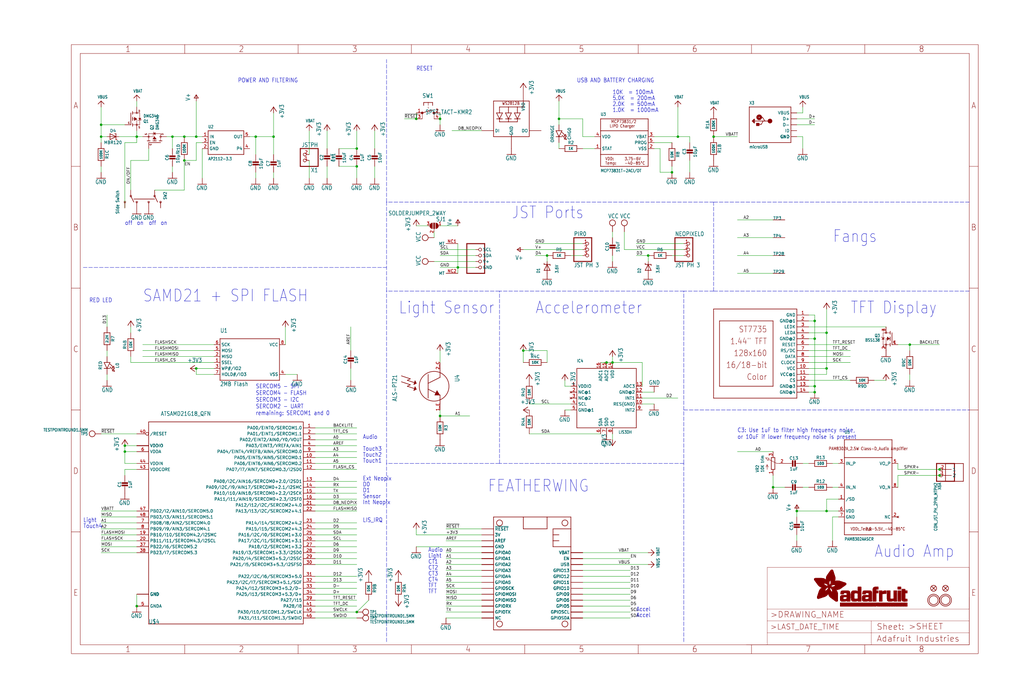
<source format=kicad_sch>
(kicad_sch (version 20211123) (generator eeschema)
  (paper "User" 437.388 299.161)
  (lib_symbols
    (symbol "schematicEagle-eagle-import:+3V3" (power)
      (property "Value" "+3V3" (at -2.54 -5.08 90))
      (symbol "+3V3_1_0"
        (pin power_in line (at 0 -2.54 90) (length 2.54) (name "+3V3") (number "1"))
      )
    )
    (symbol "schematicEagle-eagle-import:ACCEL_LIS3DHTR"
      (property "Reference" "U" (at -12.7 15.24 0))
      (property "Value" "ACCEL_LIS3DHTR" (at 5.08 -15.24 0))
      (symbol "ACCEL_LIS3DHTR_1_0"
        (pin power_in line (at -15.24 5.08 0) (length 2.54) (name "VDDIO") (number "1"))
        (pin bidirectional line (at 15.24 -2.54 180) (length 2.54) (name "RES(GND)") (number "10"))
        (pin output line (at 15.24 0 180) (length 2.54) (name "INT1") (number "11"))
        (pin power_in line (at 15.24 2.54 180) (length 2.54) (name "GND@2") (number "12"))
        (pin input line (at 15.24 5.08 180) (length 2.54) (name "ADC3") (number "13"))
        (pin power_in line (at 2.54 15.24 270) (length 2.54) (name "VDD") (number "14"))
        (pin input line (at 0 15.24 270) (length 2.54) (name "ADC2") (number "15"))
        (pin input line (at -2.54 15.24 270) (length 2.54) (name "ADC1") (number "16"))
        (pin no_connect line (at -15.24 2.54 0) (length 2.54) (name "NC@1") (number "2"))
        (pin no_connect line (at -15.24 0 0) (length 2.54) (name "NC@2") (number "3"))
        (pin bidirectional line (at -15.24 -2.54 0) (length 2.54) (name "SCL") (number "4"))
        (pin power_in line (at -15.24 -5.08 0) (length 2.54) (name "GND@1") (number "5"))
        (pin bidirectional line (at -2.54 -15.24 90) (length 2.54) (name "SDA") (number "6"))
        (pin bidirectional line (at 0 -15.24 90) (length 2.54) (name "SDO") (number "7"))
        (pin input line (at 2.54 -15.24 90) (length 2.54) (name "CS") (number "8"))
        (pin output line (at 15.24 -5.08 180) (length 2.54) (name "INT2") (number "9"))
      )
    )
    (symbol "schematicEagle-eagle-import:ATSAMD21G_QFN"
      (property "Value" "ATSAMD21G_QFN" (at -15.24 40.64 0))
      (symbol "ATSAMD21G_QFN_1_0"
        (pin bidirectional line (at 50.8 35.56 180) (length 5.08) (name "PA00/EINT0/SERCOM1.0") (number "1"))
        (pin bidirectional line (at 50.8 22.86 180) (length 5.08) (name "PA05/EINT5/AIN5/SERCOM0.1") (number "10"))
        (pin bidirectional line (at 50.8 20.32 180) (length 5.08) (name "PA06/EINT6/AIN6/SERCOM0.2") (number "11"))
        (pin bidirectional line (at 50.8 17.78 180) (length 5.08) (name "PA07/I7/AIN7/SERCOM0.3/I2SD0") (number "12"))
        (pin bidirectional line (at 50.8 12.7 180) (length 5.08) (name "PA08/I2C/AIN16/SERCOM0+2.0/I2SD1") (number "13"))
        (pin bidirectional line (at 50.8 10.16 180) (length 5.08) (name "PA09/I2C/I9/AIN17/SERCOM0+2.1/I2SMC") (number "14"))
        (pin bidirectional line (at 50.8 7.62 180) (length 5.08) (name "PA10/I10/AIN18/SERCOM0+2.2/I2SCK") (number "15"))
        (pin bidirectional line (at 50.8 5.08 180) (length 5.08) (name "PA11/I11/AIN19/SERCOM0+2.3/I2SF0") (number "16"))
        (pin power_in line (at -25.4 27.94 0) (length 5.08) (name "VDDIO") (number "17"))
        (pin power_in line (at -25.4 -35.56 0) (length 5.08) (name "GND") (number "18"))
        (pin bidirectional line (at -25.4 -10.16 0) (length 5.08) (name "PB10/I10/SERCOM4.2/I2SMC") (number "19"))
        (pin bidirectional line (at 50.8 33.02 180) (length 5.08) (name "PA01/EINT1/SERCOM1.1") (number "2"))
        (pin bidirectional line (at -25.4 -12.7 0) (length 5.08) (name "PB11/I11/SERCOM4.3/I2SCL") (number "20"))
        (pin bidirectional line (at 50.8 2.54 180) (length 5.08) (name "PA12/I12/I2C/SERCOM2+4.0") (number "21"))
        (pin bidirectional line (at 50.8 0 180) (length 5.08) (name "PA13/I13/I2C/SERCOM2+4.1") (number "22"))
        (pin bidirectional line (at 50.8 -5.08 180) (length 5.08) (name "PA14/I14/SERCOM2+4.2") (number "23"))
        (pin bidirectional line (at 50.8 -7.62 180) (length 5.08) (name "PA15/I15/SERCOM2+4.3") (number "24"))
        (pin bidirectional line (at 50.8 -10.16 180) (length 5.08) (name "PA16/I2C/I0/SERCOM1+3.0") (number "25"))
        (pin bidirectional line (at 50.8 -12.7 180) (length 5.08) (name "PA17/I2C/I1/SERCOM1+3.1") (number "26"))
        (pin bidirectional line (at 50.8 -15.24 180) (length 5.08) (name "PA18/I2/SERCOM1+3.2") (number "27"))
        (pin bidirectional line (at 50.8 -17.78 180) (length 5.08) (name "PA19/I3/SERCOM1+3.3/I2SD0") (number "28"))
        (pin bidirectional line (at 50.8 -20.32 180) (length 5.08) (name "PA20/I4/SERCOM3+5.2/I2SSC") (number "29"))
        (pin bidirectional line (at 50.8 30.48 180) (length 5.08) (name "PA02/EINT2/AIN0/Y0/VOUT") (number "3"))
        (pin bidirectional line (at 50.8 -22.86 180) (length 5.08) (name "PA21/I5/SERCOM3+5.3/I2SFS0") (number "30"))
        (pin bidirectional line (at 50.8 -27.94 180) (length 5.08) (name "PA22/I2C/I6/SERCOM3+5.0") (number "31"))
        (pin bidirectional line (at 50.8 -30.48 180) (length 5.08) (name "PA23/I2C/I7/SERCOM3+5.1/SOF") (number "32"))
        (pin bidirectional line (at 50.8 -33.02 180) (length 5.08) (name "PA24/I12/SERCOM3+5.2/D-") (number "33"))
        (pin bidirectional line (at 50.8 -35.56 180) (length 5.08) (name "PA25/I13/SERCOM3+5.3/D+") (number "34"))
        (pin power_in line (at -25.4 -35.56 0) (length 5.08) (name "GND") (number "35"))
        (pin power_in line (at -25.4 27.94 0) (length 5.08) (name "VDDIO") (number "36"))
        (pin bidirectional line (at -25.4 -15.24 0) (length 5.08) (name "PB22/I6/SERCOM5.2") (number "37"))
        (pin bidirectional line (at -25.4 -17.78 0) (length 5.08) (name "PB23/I7/SERCOM5.3") (number "38"))
        (pin bidirectional line (at 50.8 -38.1 180) (length 5.08) (name "PA27/I15") (number "39"))
        (pin bidirectional line (at 50.8 27.94 180) (length 5.08) (name "PA03/EINT3/VREFA/AIN1") (number "4"))
        (pin bidirectional inverted (at -25.4 33.02 0) (length 5.08) (name "/RESET") (number "40"))
        (pin bidirectional line (at 50.8 -40.64 180) (length 5.08) (name "PA28/I8") (number "41"))
        (pin power_in line (at -25.4 -35.56 0) (length 5.08) (name "GND") (number "42"))
        (pin power_in line (at -25.4 17.78 0) (length 5.08) (name "VDDCORE") (number "43"))
        (pin power_in line (at -25.4 20.32 0) (length 5.08) (name "VDDIN") (number "44"))
        (pin bidirectional line (at 50.8 -43.18 180) (length 5.08) (name "PA30/I10/SECOM1.2/SWCLK") (number "45"))
        (pin bidirectional line (at 50.8 -45.72 180) (length 5.08) (name "PA31/I11/SECOM1.3/SWDIO") (number "46"))
        (pin bidirectional line (at -25.4 0 0) (length 5.08) (name "PB02/I2/AIN10/SERCOM5.0") (number "47"))
        (pin bidirectional line (at -25.4 -2.54 0) (length 5.08) (name "PB03/I3/AIN11/SERCOM5.1") (number "48"))
        (pin power_in line (at -25.4 -40.64 0) (length 5.08) (name "GNDA") (number "5"))
        (pin power_in line (at -25.4 25.4 0) (length 5.08) (name "VDDA") (number "6"))
        (pin bidirectional line (at -25.4 -5.08 0) (length 5.08) (name "PB08/I8/AIN2/SERCOM4.0") (number "7"))
        (pin bidirectional line (at -25.4 -7.62 0) (length 5.08) (name "PB09/I9/AIN3/SERCOM4.1") (number "8"))
        (pin bidirectional line (at 50.8 25.4 180) (length 5.08) (name "PA04/EINT4/VREFB/AIN4/SERCOM0.0") (number "9"))
        (pin power_in line (at -25.4 -35.56 0) (length 5.08) (name "GND") (number "THERMAL"))
      )
    )
    (symbol "schematicEagle-eagle-import:AUDIOAMP_PAM8302A"
      (property "Reference" "U" (at -10.16 22.86 0))
      (property "Value" "AUDIOAMP_PAM8302A" (at -10.16 -22.86 0))
      (symbol "AUDIOAMP_PAM8302A_1_0"
        (text "2.0-5.5V_-40-85°C" (at -1.27 -17.78 0) (effects (font (size 1.27 1.0795)) (justify left)))
        (text "PAM8302A_2.5W Class-D_Audio Amplifier" (at 0 16.51 0) (effects (font (size 1.27 1.0795))))
        (text "VDD:_Temp:" (at -7.62 -17.78 0) (effects (font (size 1.27 1.0795)) (justify left)))
        (pin input line (at -12.7 -5.08 0) (length 2.54) (name "/SD") (number "1"))
        (pin no_connect line (at 12.7 -12.7 180) (length 2.54) (name "NC") (number "2"))
        (pin input line (at -12.7 10.16 0) (length 2.54) (name "IN_P") (number "3"))
        (pin input line (at -12.7 0 0) (length 2.54) (name "IN_N") (number "4"))
        (pin output line (at 12.7 10.16 180) (length 2.54) (name "VO_P") (number "5"))
        (pin power_in line (at -12.7 -10.16 0) (length 2.54) (name "VDD") (number "6"))
        (pin power_in line (at -12.7 -12.7 0) (length 2.54) (name "GND") (number "7"))
        (pin output line (at 12.7 0 180) (length 2.54) (name "VO_N") (number "8"))
      )
    )
    (symbol "schematicEagle-eagle-import:CAP_CERAMIC0603_NO"
      (property "Reference" "C" (at -2.29 1.25 90))
      (property "Value" "CAP_CERAMIC0603_NO" (at 2.3 1.25 90))
      (symbol "CAP_CERAMIC0603_NO_1_0"
        (pin passive line (at 0 5.08 270) (length 2.54) (name "1") (number "1"))
        (pin passive line (at 0 -2.54 90) (length 2.54) (name "2") (number "2"))
      )
    )
    (symbol "schematicEagle-eagle-import:CAP_CERAMIC0805-NOOUTLINE"
      (property "Reference" "C" (at -2.29 1.25 90))
      (property "Value" "CAP_CERAMIC0805-NOOUTLINE" (at 2.3 1.25 90))
      (symbol "CAP_CERAMIC0805-NOOUTLINE_1_0"
        (pin passive line (at 0 5.08 270) (length 2.54) (name "1") (number "1"))
        (pin passive line (at 0 -2.54 90) (length 2.54) (name "2") (number "2"))
      )
    )
    (symbol "schematicEagle-eagle-import:CAP_CERAMIC0805_10MGAP"
      (property "Reference" "C" (at -2.29 1.25 90))
      (property "Value" "CAP_CERAMIC0805_10MGAP" (at 2.3 1.25 90))
      (symbol "CAP_CERAMIC0805_10MGAP_1_0"
        (pin passive line (at 0 5.08 270) (length 2.54) (name "1") (number "1"))
        (pin passive line (at 0 -2.54 90) (length 2.54) (name "2") (number "2"))
      )
    )
    (symbol "schematicEagle-eagle-import:CON_JST_PH_2PIN"
      (property "Reference" "X" (at -6.35 5.715 0))
      (property "Value" "CON_JST_PH_2PIN" (at -6.35 -5.08 0))
      (symbol "CON_JST_PH_2PIN_1_0"
        (pin passive inverted (at -2.54 2.54 0) (length 2.54) (name "1") (number "1"))
        (pin passive inverted (at -2.54 0 0) (length 2.54) (name "2") (number "2"))
      )
    )
    (symbol "schematicEagle-eagle-import:CON_JST_PH_2PIN_MTPH2"
      (property "Reference" "X" (at 0 5.588 90))
      (property "Value" "CON_JST_PH_2PIN_MTPH2" (at 1.651 5.588 90))
      (symbol "CON_JST_PH_2PIN_MTPH2_1_0"
        (pin passive inverted (at -2.54 2.54 0) (length 2.54) (name "1") (number "1"))
        (pin passive inverted (at -2.54 0 0) (length 2.54) (name "2") (number "2"))
      )
      (symbol "CON_JST_PH_2PIN_MTPH2_2_0"
        (pin bidirectional line (at 0 0 90) (length 2.54) (name "P$1") (number "NC2"))
      )
      (symbol "CON_JST_PH_2PIN_MTPH2_3_0"
        (pin bidirectional line (at 0 0 90) (length 2.54) (name "P$1") (number "NC1"))
      )
    )
    (symbol "schematicEagle-eagle-import:CON_JST_PH_3PIN"
      (property "Reference" "X" (at -6.35 5.715 0))
      (property "Value" "CON_JST_PH_3PIN" (at -6.35 -7.62 0))
      (symbol "CON_JST_PH_3PIN_1_0"
        (pin passive inverted (at -2.54 2.54 0) (length 2.54) (name "1") (number "1"))
        (pin passive inverted (at -2.54 0 0) (length 2.54) (name "2") (number "2"))
        (pin passive inverted (at -2.54 -2.54 0) (length 2.54) (name "3") (number "3"))
      )
    )
    (symbol "schematicEagle-eagle-import:CON_MOLEX_2P"
      (symbol "CON_MOLEX_2P_1_0"
        (pin passive line (at -5.08 2.54 0) (length 5.08) (name "1") (number "1"))
        (pin passive line (at -5.08 0 0) (length 5.08) (name "2") (number "2"))
      )
      (symbol "CON_MOLEX_2P_2_0"
        (pin bidirectional line (at 0 0 0) (length 5.08) (name "MT") (number "M1"))
      )
      (symbol "CON_MOLEX_2P_3_0"
        (pin bidirectional line (at 0 0 0) (length 5.08) (name "MT") (number "M2"))
      )
    )
    (symbol "schematicEagle-eagle-import:DIODE-SCHOTTKYSOD-123"
      (property "Reference" "D" (at 0 2.54 0))
      (property "Value" "DIODE-SCHOTTKYSOD-123" (at 0 -2.5 0))
      (symbol "DIODE-SCHOTTKYSOD-123_1_0"
        (pin passive line (at -2.54 0 0) (length 2.54) (name "A") (number "A"))
        (pin passive line (at 2.54 0 180) (length 2.54) (name "C") (number "C"))
      )
    )
    (symbol "schematicEagle-eagle-import:DIODE-ZENERSOD323"
      (property "Reference" "D" (at -2.54 3.0226 0))
      (property "Value" "DIODE-ZENERSOD323" (at -2.54 -4.8514 0))
      (symbol "DIODE-ZENERSOD323_1_0"
        (pin passive line (at -2.54 0 0) (length 2.54) (name "A") (number "A"))
        (pin passive line (at 2.54 0 180) (length 2.54) (name "C") (number "C"))
      )
    )
    (symbol "schematicEagle-eagle-import:DISP_LCD_ST7735_1.44IN"
      (symbol "DISP_LCD_ST7735_1.44IN_1_0"
        (text "1.44\" TFT" (at 2.54 5.08 0) (effects (font (size 2.54 2.159)) (justify left bottom)))
        (text "128x160" (at 2.54 0 0) (effects (font (size 2.54 2.159)) (justify left bottom)))
        (text "16/18-bit" (at 2.54 -5.08 0) (effects (font (size 2.54 2.159)) (justify left bottom)))
        (text "Color" (at 2.54 -10.16 0) (effects (font (size 2.54 2.159)) (justify left bottom)))
        (text "ST7735" (at 2.54 10.16 0) (effects (font (size 2.54 2.159)) (justify left bottom)))
        (pin power_in line (at -15.24 17.78 0) (length 5.08) (name "GND") (number "1"))
        (pin power_in line (at -15.24 -5.08 0) (length 5.08) (name "VCC") (number "10"))
        (pin power_in line (at -15.24 -7.62 0) (length 5.08) (name "VCC@1") (number "11"))
        (pin input line (at -15.24 -10.16 0) (length 5.08) (name "CS") (number "12"))
        (pin power_in line (at -15.24 -12.7 0) (length 5.08) (name "GND@3") (number "13"))
        (pin power_in line (at -15.24 -15.24 0) (length 5.08) (name "GND@4") (number "14"))
        (pin power_in line (at -15.24 15.24 0) (length 5.08) (name "GND@1") (number "2"))
        (pin input line (at -15.24 12.7 0) (length 5.08) (name "LEDK") (number "3"))
        (pin input line (at -15.24 10.16 0) (length 5.08) (name "LEDA") (number "4"))
        (pin power_in line (at -15.24 7.62 0) (length 5.08) (name "GND@2") (number "5"))
        (pin input line (at -15.24 5.08 0) (length 5.08) (name "RESET") (number "6"))
        (pin input line (at -15.24 2.54 0) (length 5.08) (name "RS/DC") (number "7"))
        (pin bidirectional line (at -15.24 0 0) (length 5.08) (name "DATA") (number "8"))
        (pin input line (at -15.24 -2.54 0) (length 5.08) (name "CLOCK") (number "9"))
      )
    )
    (symbol "schematicEagle-eagle-import:FEATHERWING_SMTDUALNOHOLES"
      (symbol "FEATHERWING_SMTDUALNOHOLES_1_0"
        (pin input line (at 5.08 -5.08 90) (length 5.08) (name "~{RESET}") (number "1"))
        (pin input line (at 5.08 -5.08 90) (length 5.08) (name "~{RESET}") (number "1'"))
        (pin bidirectional line (at 27.94 -5.08 90) (length 5.08) (name "GPIOA5") (number "10"))
        (pin bidirectional line (at 27.94 -5.08 90) (length 5.08) (name "GPIOA5") (number "10'"))
        (pin bidirectional line (at 30.48 -5.08 90) (length 5.08) (name "GPIOSCK") (number "11"))
        (pin bidirectional line (at 30.48 -5.08 90) (length 5.08) (name "GPIOSCK") (number "11'"))
        (pin bidirectional line (at 33.02 -5.08 90) (length 5.08) (name "GPIOMOSI") (number "12"))
        (pin bidirectional line (at 33.02 -5.08 90) (length 5.08) (name "GPIOMOSI") (number "12'"))
        (pin bidirectional line (at 35.56 -5.08 90) (length 5.08) (name "GPIOMISO") (number "13"))
        (pin bidirectional line (at 35.56 -5.08 90) (length 5.08) (name "GPIOMISO") (number "13'"))
        (pin bidirectional line (at 38.1 -5.08 90) (length 5.08) (name "GPIORX") (number "14"))
        (pin bidirectional line (at 38.1 -5.08 90) (length 5.08) (name "GPIORX") (number "14'"))
        (pin bidirectional line (at 40.64 -5.08 90) (length 5.08) (name "GPIOTX") (number "15"))
        (pin bidirectional line (at 40.64 -5.08 90) (length 5.08) (name "GPIOTX") (number "15'"))
        (pin passive line (at 43.18 -5.08 90) (length 5.08) (name "NC") (number "16"))
        (pin passive line (at 43.18 -5.08 90) (length 5.08) (name "NC") (number "16'"))
        (pin bidirectional line (at 43.18 38.1 270) (length 5.08) (name "GPIOSDA") (number "17"))
        (pin bidirectional line (at 43.18 38.1 270) (length 5.08) (name "GPIOSDA") (number "17'"))
        (pin bidirectional line (at 40.64 38.1 270) (length 5.08) (name "GPIOSCL") (number "18"))
        (pin bidirectional line (at 40.64 38.1 270) (length 5.08) (name "GPIOSCL") (number "18'"))
        (pin bidirectional line (at 38.1 38.1 270) (length 5.08) (name "GPIO5") (number "19"))
        (pin bidirectional line (at 38.1 38.1 270) (length 5.08) (name "GPIO5") (number "19'"))
        (pin power_in line (at 7.62 -5.08 90) (length 5.08) (name "3V") (number "2"))
        (pin power_in line (at 7.62 -5.08 90) (length 5.08) (name "3V") (number "2'"))
        (pin bidirectional line (at 35.56 38.1 270) (length 5.08) (name "GPIO6") (number "20"))
        (pin bidirectional line (at 35.56 38.1 270) (length 5.08) (name "GPIO6") (number "20'"))
        (pin bidirectional line (at 33.02 38.1 270) (length 5.08) (name "GPIO9") (number "21"))
        (pin bidirectional line (at 33.02 38.1 270) (length 5.08) (name "GPIO9") (number "21'"))
        (pin bidirectional line (at 30.48 38.1 270) (length 5.08) (name "GPIO10") (number "22"))
        (pin bidirectional line (at 30.48 38.1 270) (length 5.08) (name "GPIO10") (number "22'"))
        (pin bidirectional line (at 27.94 38.1 270) (length 5.08) (name "GPIO11") (number "23"))
        (pin bidirectional line (at 27.94 38.1 270) (length 5.08) (name "GPIO11") (number "23'"))
        (pin bidirectional line (at 25.4 38.1 270) (length 5.08) (name "GPIO12") (number "24"))
        (pin bidirectional line (at 25.4 38.1 270) (length 5.08) (name "GPIO12") (number "24'"))
        (pin bidirectional line (at 22.86 38.1 270) (length 5.08) (name "GPIO13") (number "25"))
        (pin bidirectional line (at 22.86 38.1 270) (length 5.08) (name "GPIO13") (number "25'"))
        (pin power_in line (at 20.32 38.1 270) (length 5.08) (name "USB") (number "26"))
        (pin power_in line (at 20.32 38.1 270) (length 5.08) (name "USB") (number "26'"))
        (pin passive line (at 17.78 38.1 270) (length 5.08) (name "EN") (number "27"))
        (pin passive line (at 17.78 38.1 270) (length 5.08) (name "EN") (number "27'"))
        (pin power_in line (at 15.24 38.1 270) (length 5.08) (name "VBAT") (number "28"))
        (pin power_in line (at 15.24 38.1 270) (length 5.08) (name "VBAT") (number "28'"))
        (pin passive line (at 10.16 -5.08 90) (length 5.08) (name "AREF") (number "3"))
        (pin passive line (at 10.16 -5.08 90) (length 5.08) (name "AREF") (number "3'"))
        (pin power_in line (at 12.7 -5.08 90) (length 5.08) (name "GND") (number "4"))
        (pin power_in line (at 12.7 -5.08 90) (length 5.08) (name "GND") (number "4'"))
        (pin bidirectional line (at 15.24 -5.08 90) (length 5.08) (name "GPIOA0") (number "5"))
        (pin bidirectional line (at 15.24 -5.08 90) (length 5.08) (name "GPIOA0") (number "5'"))
        (pin bidirectional line (at 17.78 -5.08 90) (length 5.08) (name "GPIOA1") (number "6"))
        (pin bidirectional line (at 17.78 -5.08 90) (length 5.08) (name "GPIOA1") (number "6'"))
        (pin bidirectional line (at 20.32 -5.08 90) (length 5.08) (name "GPIOA2") (number "7"))
        (pin bidirectional line (at 20.32 -5.08 90) (length 5.08) (name "GPIOA2") (number "7'"))
        (pin bidirectional line (at 22.86 -5.08 90) (length 5.08) (name "GPIOA3") (number "8"))
        (pin bidirectional line (at 22.86 -5.08 90) (length 5.08) (name "GPIOA3") (number "8'"))
        (pin bidirectional line (at 25.4 -5.08 90) (length 5.08) (name "GPIOA4") (number "9"))
        (pin bidirectional line (at 25.4 -5.08 90) (length 5.08) (name "GPIOA4") (number "9'"))
      )
    )
    (symbol "schematicEagle-eagle-import:FIDUCIAL_1MM")
    (symbol "schematicEagle-eagle-import:FRAME_A3_ADAFRUIT"
      (symbol "FRAME_A3_ADAFRUIT_0_0"
        (text "1" (at 24.2094 1.905 0) (effects (font (size 2.54 2.286))))
        (text "1" (at 24.2094 258.445 0) (effects (font (size 2.54 2.286))))
        (text "2" (at 72.6281 1.905 0) (effects (font (size 2.54 2.286))))
        (text "2" (at 72.6281 258.445 0) (effects (font (size 2.54 2.286))))
        (text "3" (at 121.0469 1.905 0) (effects (font (size 2.54 2.286))))
        (text "3" (at 121.0469 258.445 0) (effects (font (size 2.54 2.286))))
        (text "4" (at 169.4656 1.905 0) (effects (font (size 2.54 2.286))))
        (text "4" (at 169.4656 258.445 0) (effects (font (size 2.54 2.286))))
        (text "5" (at 217.8844 1.905 0) (effects (font (size 2.54 2.286))))
        (text "5" (at 217.8844 258.445 0) (effects (font (size 2.54 2.286))))
        (text "6" (at 266.3031 1.905 0) (effects (font (size 2.54 2.286))))
        (text "6" (at 266.3031 258.445 0) (effects (font (size 2.54 2.286))))
        (text "7" (at 314.7219 1.905 0) (effects (font (size 2.54 2.286))))
        (text "7" (at 314.7219 258.445 0) (effects (font (size 2.54 2.286))))
        (text "8" (at 363.1406 1.905 0) (effects (font (size 2.54 2.286))))
        (text "8" (at 363.1406 258.445 0) (effects (font (size 2.54 2.286))))
        (text "A" (at 1.905 234.315 0) (effects (font (size 2.54 2.286))))
        (text "A" (at 385.445 234.315 0) (effects (font (size 2.54 2.286))))
        (text "B" (at 1.905 182.245 0) (effects (font (size 2.54 2.286))))
        (text "B" (at 385.445 182.245 0) (effects (font (size 2.54 2.286))))
        (text "C" (at 1.905 130.175 0) (effects (font (size 2.54 2.286))))
        (text "C" (at 385.445 130.175 0) (effects (font (size 2.54 2.286))))
        (text "D" (at 1.905 78.105 0) (effects (font (size 2.54 2.286))))
        (text "D" (at 385.445 78.105 0) (effects (font (size 2.54 2.286))))
        (text "E" (at 1.905 26.035 0) (effects (font (size 2.54 2.286))))
        (text "E" (at 385.445 26.035 0) (effects (font (size 2.54 2.286))))
      )
      (symbol "FRAME_A3_ADAFRUIT_1_0"
        (text ">DRAWING_NAME" (at 298.45 15.24 0) (effects (font (size 2.54 2.54)) (justify left bottom)))
        (text ">LAST_DATE_TIME" (at 298.45 10.16 0) (effects (font (size 2.286 2.286)) (justify left bottom)))
        (text ">SHEET" (at 357.505 10.16 0) (effects (font (size 2.54 2.54)) (justify left bottom)))
        (text "Adafruit Industries" (at 343.916 4.953 0) (effects (font (size 2.54 2.54)) (justify left bottom)))
        (text "Sheet:" (at 343.916 10.033 0) (effects (font (size 2.54 2.54)) (justify left bottom)))
      )
    )
    (symbol "schematicEagle-eagle-import:GND" (power)
      (property "Value" "GND" (at -2.54 -2.54 0))
      (symbol "GND_1_0"
        (pin power_in line (at 0 2.54 270) (length 2.54) (name "GND") (number "1"))
      )
    )
    (symbol "schematicEagle-eagle-import:LED0805_NOOUTLINE"
      (property "Reference" "D" (at -1.27 4.445 0))
      (property "Value" "LED0805_NOOUTLINE" (at -1.27 -2.794 0))
      (symbol "LED0805_NOOUTLINE_1_0"
        (pin passive line (at -5.08 0 0) (length 2.54) (name "A") (number "A"))
        (pin passive line (at 2.54 0 180) (length 2.54) (name "C") (number "C"))
      )
    )
    (symbol "schematicEagle-eagle-import:MCP73831{slash}2"
      (property "Reference" "U" (at -10.16 11.43 0))
      (property "Value" "MCP73831{slash}2" (at -10.16 -12.7 0))
      (symbol "MCP73831{slash}2_1_0"
        (text "-40-85°C" (at 0 -9.525 0) (effects (font (size 1.27 1.0795)) (justify left bottom)))
        (text "3.75-6V" (at 0 -7.62 0) (effects (font (size 1.27 1.0795)) (justify left bottom)))
        (text "LIPO Charger" (at -6.35 6.35 0) (effects (font (size 1.27 1.0795)) (justify left bottom)))
        (text "MCP73831/2" (at -5.715 8.255 0) (effects (font (size 1.27 1.0795)) (justify left bottom)))
        (text "Temp:" (at -8.255 -9.525 0) (effects (font (size 1.27 1.0795)) (justify left bottom)))
        (text "VDD:" (at -8.255 -7.62 0) (effects (font (size 1.27 1.0795)) (justify left bottom)))
        (pin output line (at -12.7 -2.54 0) (length 2.54) (name "STAT") (number "1"))
        (pin power_in line (at 12.7 -2.54 180) (length 2.54) (name "VSS") (number "2"))
        (pin power_in line (at 12.7 2.54 180) (length 2.54) (name "VBAT") (number "3"))
        (pin power_in line (at -12.7 2.54 0) (length 2.54) (name "VDD") (number "4"))
        (pin input line (at 12.7 0 180) (length 2.54) (name "PROG") (number "5"))
      )
    )
    (symbol "schematicEagle-eagle-import:MOSFET-NWIDE"
      (property "Reference" "Q" (at 5.08 0.635 0))
      (property "Value" "MOSFET-NWIDE" (at 5.08 -1.27 0))
      (symbol "MOSFET-NWIDE_1_0"
        (text "D" (at 3.175 3.175 0) (effects (font (size 0.8128 0.6908)) (justify left bottom)))
        (text "G" (at -1.27 -1.905 0) (effects (font (size 0.8128 0.6908)) (justify left bottom)))
        (text "S" (at 3.175 -3.81 0) (effects (font (size 0.8128 0.6908)) (justify left bottom)))
        (pin bidirectional line (at -2.54 -2.54 0) (length 2.54) (name "G") (number "1"))
        (pin bidirectional line (at 2.54 -5.08 90) (length 2.54) (name "S") (number "2"))
        (pin bidirectional line (at 2.54 5.08 270) (length 2.54) (name "D") (number "3"))
      )
    )
    (symbol "schematicEagle-eagle-import:MOSFET-P"
      (property "Reference" "Q" (at 2.794 0.381 0))
      (property "Value" "MOSFET-P" (at 2.794 -1.905 0))
      (symbol "MOSFET-P_1_0"
        (text "D" (at 0.635 -3.81 0) (effects (font (size 0.8128 0.6908)) (justify left bottom)))
        (text "G" (at -3.81 1.27 0) (effects (font (size 0.8128 0.6908)) (justify left bottom)))
        (text "S" (at 0.635 3.175 0) (effects (font (size 0.8128 0.6908)) (justify left bottom)))
        (pin passive line (at -5.08 2.54 0) (length 2.54) (name "G") (number "1"))
        (pin passive line (at 0 5.08 270) (length 2.54) (name "S") (number "2"))
        (pin passive line (at 0 -5.08 90) (length 2.54) (name "D") (number "3"))
      )
    )
    (symbol "schematicEagle-eagle-import:MOUNTINGHOLE2.5")
    (symbol "schematicEagle-eagle-import:PHOTOTRANSISTOR_PT26-21C"
      (property "Reference" "U" (at 8.89 5.08 90))
      (property "Value" "PHOTOTRANSISTOR_PT26-21C" (at -17.78 5.08 90))
      (symbol "PHOTOTRANSISTOR_PT26-21C_1_0"
        (pin bidirectional line (at 2.54 -10.16 90) (length 2.54) (name "E") (number "1_E"))
        (pin bidirectional line (at 2.54 10.16 270) (length 2.54) (name "C") (number "2_C"))
      )
    )
    (symbol "schematicEagle-eagle-import:RESISTOR_0603_NOOUT"
      (property "Reference" "R" (at 0 2.54 0))
      (property "Value" "RESISTOR_0603_NOOUT" (at 0 0 0))
      (symbol "RESISTOR_0603_NOOUT_1_0"
        (pin passive line (at -5.08 0 0) (length 2.54) (name "1") (number "1"))
        (pin passive line (at 5.08 0 180) (length 2.54) (name "2") (number "2"))
      )
    )
    (symbol "schematicEagle-eagle-import:RESISTOR_4PACK"
      (property "Reference" "R" (at 0 2.54 0))
      (property "Value" "RESISTOR_4PACK" (at 0 0 0))
      (symbol "RESISTOR_4PACK_1_0"
        (pin passive line (at -5.08 0 0) (length 2.54) (name "1") (number "1"))
        (pin passive line (at 5.08 0 180) (length 2.54) (name "2") (number "8"))
      )
      (symbol "RESISTOR_4PACK_2_0"
        (pin passive line (at -5.08 0 0) (length 2.54) (name "1") (number "2"))
        (pin passive line (at 5.08 0 180) (length 2.54) (name "2") (number "7"))
      )
      (symbol "RESISTOR_4PACK_3_0"
        (pin passive line (at -5.08 0 0) (length 2.54) (name "1") (number "3"))
        (pin passive line (at 5.08 0 180) (length 2.54) (name "2") (number "6"))
      )
      (symbol "RESISTOR_4PACK_4_0"
        (pin passive line (at -5.08 0 0) (length 2.54) (name "1") (number "4"))
        (pin passive line (at 5.08 0 180) (length 2.54) (name "2") (number "5"))
      )
    )
    (symbol "schematicEagle-eagle-import:SEWTAPPCB_ALLIGATOR"
      (property "Reference" "TP" (at 0 0 0))
      (symbol "SEWTAPPCB_ALLIGATOR_1_0"
        (pin bidirectional line (at 0 0 0) (length 5.08) (name "SEW") (number "P$1"))
      )
    )
    (symbol "schematicEagle-eagle-import:SEWTAP_ALLILONG"
      (property "Reference" "TP" (at 0 0 0))
      (symbol "SEWTAP_ALLILONG_1_0"
        (pin bidirectional line (at 0 0 0) (length 5.08) (name "SEW") (number "P$1"))
      )
    )
    (symbol "schematicEagle-eagle-import:SOLDERJUMPER_2WAY"
      (property "Reference" "SJ" (at -5.08 -3.81 0))
      (property "Value" "SOLDERJUMPER_2WAY" (at -5.08 -6.35 0))
      (symbol "SOLDERJUMPER_2WAY_1_0"
        (pin passive line (at -2.54 0 0) (length 0) (name "1") (number "1"))
        (pin passive line (at 0 2.54 270) (length 0) (name "2") (number "2"))
        (pin passive line (at 2.54 0 180) (length 0) (name "3") (number "3"))
      )
    )
    (symbol "schematicEagle-eagle-import:SPIFLASH_8PIN208MIL"
      (property "Reference" "U" (at -12.7 12.7 0))
      (property "Value" "SPIFLASH_8PIN208MIL" (at -12.7 -10.16 0))
      (symbol "SPIFLASH_8PIN208MIL_1_0"
        (pin bidirectional line (at -15.24 0 0) (length 2.54) (name "SSEL") (number "1"))
        (pin bidirectional line (at -15.24 2.54 0) (length 2.54) (name "MISO") (number "2"))
        (pin bidirectional line (at -15.24 -2.54 0) (length 2.54) (name "WP#/IO2") (number "3"))
        (pin bidirectional line (at 15.24 -5.08 180) (length 2.54) (name "VSS") (number "4"))
        (pin bidirectional line (at -15.24 5.08 0) (length 2.54) (name "MOSI") (number "5"))
        (pin bidirectional line (at -15.24 7.62 0) (length 2.54) (name "SCK") (number "6"))
        (pin bidirectional line (at -15.24 -5.08 0) (length 2.54) (name "HOLD#/IO3") (number "7"))
        (pin bidirectional line (at 15.24 7.62 180) (length 2.54) (name "VCC") (number "8"))
      )
    )
    (symbol "schematicEagle-eagle-import:SPST_TACT-KMR2"
      (property "Reference" "SW" (at -6.35 -2.54 90))
      (property "Value" "SPST_TACT-KMR2" (at -3.81 3.175 90))
      (symbol "SPST_TACT-KMR2_1_0"
        (pin passive line (at 0 -5.08 90) (length 2.54) (name "P") (number "1"))
        (pin passive line (at 0 5.08 270) (length 2.54) (name "S") (number "2"))
        (pin passive line (at 2.54 -5.08 90) (length 2.54) (name "P1") (number "3"))
        (pin passive line (at 2.54 5.08 270) (length 2.54) (name "S1") (number "4"))
      )
    )
    (symbol "schematicEagle-eagle-import:STEMMA_I2C_RASMT"
      (symbol "STEMMA_I2C_RASMT_1_0"
        (pin passive inverted (at 0 5.08 0) (length 2.54) (name "GND") (number "1"))
        (pin passive inverted (at 0 2.54 0) (length 2.54) (name "V+") (number "2"))
        (pin passive inverted (at 0 0 0) (length 2.54) (name "SDA") (number "3"))
        (pin passive inverted (at 0 -2.54 0) (length 2.54) (name "SCL") (number "4"))
      )
      (symbol "STEMMA_I2C_RASMT_2_0"
        (pin bidirectional line (at 0 0 0) (length 5.08) (name "MT") (number "NC1"))
      )
      (symbol "STEMMA_I2C_RASMT_3_0"
        (pin bidirectional line (at 0 0 0) (length 5.08) (name "MT") (number "NC2"))
      )
    )
    (symbol "schematicEagle-eagle-import:SWITCH_DPDTEG1390"
      (property "Reference" "SW" (at -4.445 8.89 0))
      (property "Value" "SWITCH_DPDTEG1390" (at -5.08 -11.43 0))
      (symbol "SWITCH_DPDTEG1390_1_0"
        (pin passive line (at 2.54 7.62 180) (length 2.54) (name "O1") (number "O1"))
        (pin passive line (at 2.54 -2.54 180) (length 2.54) (name "O2") (number "O2"))
        (pin passive line (at -5.08 5.08 0) (length 2.54) (name "P1") (number "P1"))
        (pin passive line (at -5.08 -5.08 0) (length 2.54) (name "P2") (number "P2"))
        (pin passive line (at 2.54 2.54 180) (length 2.54) (name "S1") (number "S1"))
        (pin passive line (at 2.54 -7.62 180) (length 2.54) (name "S2") (number "S2"))
      )
    )
    (symbol "schematicEagle-eagle-import:TESTPOINTROUND1.5MM"
      (property "Reference" "TP" (at 0 5.588 90))
      (property "Value" "TESTPOINTROUND1.5MM" (at 1.651 5.588 90))
      (symbol "TESTPOINTROUND1.5MM_1_0"
        (pin bidirectional line (at 0 0 90) (length 2.54) (name "P$1") (number "P$1"))
      )
    )
    (symbol "schematicEagle-eagle-import:TRIMPOT3303W{slash}X"
      (property "Reference" "VR" (at -5.969 -3.81 90))
      (property "Value" "TRIMPOT3303W{slash}X" (at -3.81 -3.81 90))
      (symbol "TRIMPOT3303W{slash}X_1_0"
        (pin passive line (at 0 -5.08 90) (length 2.54) (name "A") (number "1"))
        (pin passive line (at 5.08 0 180) (length 2.54) (name "S") (number "2"))
        (pin passive line (at 0 5.08 270) (length 2.54) (name "E") (number "3"))
      )
    )
    (symbol "schematicEagle-eagle-import:USB_MICRO_20329_V2"
      (property "Reference" "X" (at -10.16 8.636 0))
      (property "Value" "USB_MICRO_20329_V2" (at -10.16 -10.16 0))
      (symbol "USB_MICRO_20329_V2_1_0"
        (pin power_in line (at 10.16 -5.08 180) (length 2.54) (name "GND") (number "BASE@1"))
        (pin power_in line (at 10.16 -5.08 180) (length 2.54) (name "GND") (number "BASE@2"))
        (pin bidirectional line (at 10.16 2.54 180) (length 2.54) (name "D+") (number "D+"))
        (pin bidirectional line (at 10.16 0 180) (length 2.54) (name "D-") (number "D-"))
        (pin power_in line (at 10.16 -5.08 180) (length 2.54) (name "GND") (number "GND"))
        (pin bidirectional line (at 10.16 -2.54 180) (length 2.54) (name "ID") (number "ID"))
        (pin power_in line (at 10.16 -5.08 180) (length 2.54) (name "GND") (number "SPRT@1"))
        (pin power_in line (at 10.16 -5.08 180) (length 2.54) (name "GND") (number "SPRT@2"))
        (pin power_in line (at 10.16 -5.08 180) (length 2.54) (name "GND") (number "SPRT@3"))
        (pin power_in line (at 10.16 -5.08 180) (length 2.54) (name "GND") (number "SPRT@4"))
        (pin power_in line (at 10.16 5.08 180) (length 2.54) (name "VBUS") (number "VBUS"))
      )
    )
    (symbol "schematicEagle-eagle-import:V+" (power)
      (property "Value" "V+" (at -2.54 -2.54 90))
      (symbol "V+_1_0"
        (pin power_in line (at 0 -2.54 90) (length 2.54) (name "V+") (number "1"))
      )
    )
    (symbol "schematicEagle-eagle-import:VBAT" (power)
      (property "Value" "VBAT" (at -1.524 1.016 0))
      (symbol "VBAT_1_0"
        (pin power_in line (at 0 -2.54 90) (length 2.54) (name "VBAT") (number "1"))
      )
    )
    (symbol "schematicEagle-eagle-import:VBUS" (power)
      (property "Value" "VBUS" (at -1.524 1.016 0))
      (symbol "VBUS_1_0"
        (pin power_in line (at 0 -2.54 90) (length 2.54) (name "VBUS") (number "1"))
      )
    )
    (symbol "schematicEagle-eagle-import:VCC" (power)
      (property "Value" "VCC" (at -1.905 3.175 0))
      (symbol "VCC_1_0"
        (pin power_in line (at 0 -2.54 90) (length 2.54) (name "VCC") (number "1"))
      )
    )
    (symbol "schematicEagle-eagle-import:VREG_SOT23-5"
      (property "Reference" "U" (at -7.62 6.096 0))
      (property "Value" "VREG_SOT23-5" (at -7.62 -7.62 0))
      (symbol "VREG_SOT23-5_1_0"
        (pin power_in line (at -10.16 2.54 0) (length 2.54) (name "IN") (number "1"))
        (pin power_in line (at -10.16 -2.54 0) (length 2.54) (name "GND") (number "2"))
        (pin input line (at -10.16 0 0) (length 2.54) (name "EN") (number "3"))
        (pin bidirectional line (at 10.16 -2.54 180) (length 2.54) (name "P4") (number "4"))
        (pin power_in line (at 10.16 2.54 180) (length 2.54) (name "OUT") (number "5"))
      )
    )
    (symbol "schematicEagle-eagle-import:WS2812B3535"
      (symbol "WS2812B3535_1_0"
        (text "WS2812B" (at -4.064 8.382 0) (effects (font (size 1.27 1.0795)) (justify left bottom)))
        (pin input line (at -12.7 -2.54 0) (length 5.08) (name "DI") (number "1"))
        (pin power_in line (at 5.08 15.24 270) (length 5.08) (name "VDD") (number "2"))
        (pin output line (at 12.7 -2.54 180) (length 5.08) (name "DO") (number "3"))
        (pin power_in line (at 0 -10.16 90) (length 5.08) (name "GND") (number "4"))
      )
    )
  )
  (junction (at 347.98 144.78))
  (junction (at 195.58 114.3))
  (junction (at 289.56 58.42))
  (junction (at 187.96 50.8))
  (junction (at 259.08 154.94))
  (junction (at 238.76 50.8))
  (junction (at 152.4 63.5))
  (junction (at 388.62 147.32))
  (junction (at 116.84 58.42))
  (junction (at 233.68 109.22))
  (junction (at 78.74 68.58))
  (junction (at 276.86 109.22))
  (junction (at 43.18 53.34))
  (junction (at 401.32 203.2))
  (junction (at 401.32 200.66))
  (junction (at 287.02 73.66))
  (junction (at 152.4 261.62))
  (junction (at 53.34 190.5))
  (junction (at 353.06 218.44))
  (junction (at 109.22 58.42))
  (junction (at 73.66 58.42))
  (junction (at 78.74 58.42))
  (junction (at 261.62 154.94))
  (junction (at 58.42 259.08))
  (junction (at 53.34 193.04))
  (junction (at 353.06 157.48))
  (junction (at 347.98 165.1))
  (junction (at 83.82 157.48))
  (junction (at 340.36 218.44))
  (junction (at 187.96 177.8))
  (junction (at 304.8 58.42))
  (junction (at 177.8 50.8))
  (junction (at 330.2 208.28))
  (junction (at 347.98 137.16))
  (junction (at 43.18 58.42))
  (junction (at 58.42 58.42))
  (junction (at 83.82 58.42))
  (junction (at 353.06 142.24))
  (junction (at 223.52 149.86))
  (junction (at 152.4 71.12))
  (junction (at 347.98 167.64))
  (wire (pts (xy 152.4 233.68) (xy 134.62 233.68)))
  (wire (pts (xy 261.62 152.4) (xy 261.62 154.94)))
  (wire (pts (xy 134.62 208.28) (xy 152.4 208.28)))
  (wire (pts (xy 187.96 48.26) (xy 187.96 50.8)))
  (wire (pts (xy 152.4 264.16) (xy 134.62 264.16)))
  (wire (pts (xy 330.2 208.28) (xy 330.2 203.2)))
  (wire (pts (xy 276.86 236.22) (xy 248.92 236.22)))
  (wire (pts (xy 248.92 243.84) (xy 269.24 243.84)))
  (wire (pts (xy 353.06 218.44) (xy 340.36 218.44)))
  (wire (pts (xy 401.32 200.66) (xy 403.86 200.66)))
  (wire (pts (xy 134.62 259.08) (xy 152.4 259.08)))
  (wire (pts (xy 83.82 58.42) (xy 78.74 58.42)))
  (polyline (pts (xy 213.36 124.46) (xy 165.1 124.46)))
  (wire (pts (xy 238.76 43.18) (xy 238.76 50.8)))
  (wire (pts (xy 83.82 43.18) (xy 83.82 58.42)))
  (wire (pts (xy 266.7 106.68) (xy 292.1 106.68)))
  (polyline (pts (xy 292.1 175.26) (xy 414.02 175.26)))
  (wire (pts (xy 43.18 226.06) (xy 58.42 226.06)))
  (wire (pts (xy 401.32 203.2) (xy 403.86 203.2)))
  (wire (pts (xy 83.82 60.96) (xy 86.36 60.96)))
  (wire (pts (xy 86.36 58.42) (xy 83.82 58.42)))
  (polyline (pts (xy 165.1 124.46) (xy 165.1 86.36)))
  (wire (pts (xy 78.74 58.42) (xy 73.66 58.42)))
  (polyline (pts (xy 292.1 198.12) (xy 292.1 175.26)))
  (wire (pts (xy 363.22 154.94) (xy 345.44 154.94)))
  (wire (pts (xy 353.06 160.02) (xy 345.44 160.02)))
  (wire (pts (xy 269.24 238.76) (xy 248.92 238.76)))
  (polyline (pts (xy 165.1 274.32) (xy 165.1 198.12)))
  (wire (pts (xy 91.44 147.32) (xy 60.96 147.32)))
  (wire (pts (xy 340.36 218.44) (xy 340.36 220.98)))
  (wire (pts (xy 53.34 200.66) (xy 53.34 203.2)))
  (wire (pts (xy 243.84 165.1) (xy 241.3 165.1)))
  (wire (pts (xy 149.86 149.86) (xy 149.86 139.7)))
  (wire (pts (xy 205.74 259.08) (xy 190.5 259.08)))
  (wire (pts (xy 203.2 109.22) (xy 187.96 109.22)))
  (wire (pts (xy 116.84 58.42) (xy 116.84 48.26)))
  (wire (pts (xy 134.62 215.9) (xy 152.4 215.9)))
  (wire (pts (xy 152.4 195.58) (xy 134.62 195.58)))
  (wire (pts (xy 269.24 246.38) (xy 248.92 246.38)))
  (wire (pts (xy 205.74 55.88) (xy 193.04 55.88)))
  (wire (pts (xy 205.74 246.38) (xy 190.5 246.38)))
  (wire (pts (xy 261.62 101.6) (xy 261.62 99.06)))
  (polyline (pts (xy 165.1 86.36) (xy 165.1 25.4)))
  (wire (pts (xy 78.74 68.58) (xy 83.82 68.58)))
  (wire (pts (xy 274.32 154.94) (xy 261.62 154.94)))
  (polyline (pts (xy 304.8 124.46) (xy 304.8 86.36)))
  (wire (pts (xy 55.88 152.4) (xy 55.88 154.94)))
  (wire (pts (xy 152.4 55.88) (xy 152.4 63.5)))
  (wire (pts (xy 347.98 137.16) (xy 345.44 137.16)))
  (wire (pts (xy 248.92 248.92) (xy 269.24 248.92)))
  (wire (pts (xy 71.12 58.42) (xy 73.66 58.42)))
  (wire (pts (xy 383.54 203.2) (xy 401.32 203.2)))
  (wire (pts (xy 187.96 177.8) (xy 187.96 175.26)))
  (wire (pts (xy 134.62 236.22) (xy 152.4 236.22)))
  (wire (pts (xy 347.98 144.78) (xy 347.98 165.1)))
  (polyline (pts (xy 292.1 198.12) (xy 213.36 198.12)))
  (wire (pts (xy 134.62 261.62) (xy 152.4 261.62)))
  (wire (pts (xy 134.62 185.42) (xy 152.4 185.42)))
  (wire (pts (xy 149.86 157.48) (xy 149.86 162.56)))
  (wire (pts (xy 45.72 160.02) (xy 45.72 162.56)))
  (wire (pts (xy 83.82 160.02) (xy 91.44 160.02)))
  (wire (pts (xy 205.74 226.06) (xy 190.5 226.06)))
  (wire (pts (xy 248.92 261.62) (xy 269.24 261.62)))
  (wire (pts (xy 330.2 116.84) (xy 314.96 116.84)))
  (wire (pts (xy 116.84 73.66) (xy 116.84 76.2)))
  (wire (pts (xy 358.14 208.28) (xy 355.6 208.28)))
  (wire (pts (xy 134.62 200.66) (xy 152.4 200.66)))
  (wire (pts (xy 345.44 142.24) (xy 353.06 142.24)))
  (wire (pts (xy 248.92 109.22) (xy 243.84 109.22)))
  (wire (pts (xy 50.8 58.42) (xy 58.42 58.42)))
  (wire (pts (xy 241.3 175.26) (xy 243.84 175.26)))
  (wire (pts (xy 238.76 50.8) (xy 248.92 50.8)))
  (wire (pts (xy 269.24 251.46) (xy 248.92 251.46)))
  (wire (pts (xy 363.22 149.86) (xy 345.44 149.86)))
  (wire (pts (xy 203.2 114.3) (xy 195.58 114.3)))
  (wire (pts (xy 345.44 139.7) (xy 378.46 139.7)))
  (wire (pts (xy 66.04 81.28) (xy 78.74 81.28)))
  (wire (pts (xy 294.64 58.42) (xy 289.56 58.42)))
  (wire (pts (xy 172.72 50.8) (xy 177.8 50.8)))
  (wire (pts (xy 152.4 254) (xy 134.62 254)))
  (wire (pts (xy 259.08 154.94) (xy 256.54 154.94)))
  (wire (pts (xy 330.2 109.22) (xy 314.96 109.22)))
  (wire (pts (xy 190.5 243.84) (xy 205.74 243.84)))
  (wire (pts (xy 55.88 139.7) (xy 55.88 142.24)))
  (wire (pts (xy 289.56 58.42) (xy 279.4 58.42)))
  (wire (pts (xy 281.94 63.5) (xy 281.94 73.66)))
  (wire (pts (xy 340.36 58.42) (xy 342.9 58.42)))
  (wire (pts (xy 91.44 152.4) (xy 60.96 152.4)))
  (wire (pts (xy 233.68 149.86) (xy 223.52 149.86)))
  (wire (pts (xy 248.92 241.3) (xy 276.86 241.3)))
  (wire (pts (xy 53.34 88.9) (xy 53.34 60.96)))
  (wire (pts (xy 314.96 101.6) (xy 330.2 101.6)))
  (wire (pts (xy 58.42 220.98) (xy 43.18 220.98)))
  (wire (pts (xy 160.02 76.2) (xy 160.02 71.12)))
  (wire (pts (xy 134.62 210.82) (xy 152.4 210.82)))
  (polyline (pts (xy 304.8 86.36) (xy 165.1 86.36)))
  (wire (pts (xy 342.9 198.12) (xy 345.44 198.12)))
  (wire (pts (xy 134.62 223.52) (xy 152.4 223.52)))
  (wire (pts (xy 358.14 213.36) (xy 353.06 213.36)))
  (wire (pts (xy 363.22 162.56) (xy 345.44 162.56)))
  (wire (pts (xy 345.44 208.28) (xy 342.9 208.28)))
  (wire (pts (xy 152.4 76.2) (xy 152.4 71.12)))
  (wire (pts (xy 261.62 154.94) (xy 259.08 154.94)))
  (wire (pts (xy 58.42 190.5) (xy 53.34 190.5)))
  (wire (pts (xy 58.42 218.44) (xy 43.18 218.44)))
  (wire (pts (xy 279.4 60.96) (xy 287.02 60.96)))
  (wire (pts (xy 256.54 185.42) (xy 226.06 185.42)))
  (wire (pts (xy 269.24 264.16) (xy 248.92 264.16)))
  (wire (pts (xy 274.32 172.72) (xy 279.4 172.72)))
  (wire (pts (xy 363.22 152.4) (xy 345.44 152.4)))
  (wire (pts (xy 353.06 157.48) (xy 345.44 157.48)))
  (wire (pts (xy 58.42 200.66) (xy 53.34 200.66)))
  (wire (pts (xy 287.02 71.12) (xy 287.02 73.66)))
  (wire (pts (xy 274.32 167.64) (xy 279.4 167.64)))
  (wire (pts (xy 347.98 134.62) (xy 347.98 137.16)))
  (wire (pts (xy 45.72 58.42) (xy 43.18 58.42)))
  (wire (pts (xy 190.5 264.16) (xy 205.74 264.16)))
  (wire (pts (xy 347.98 165.1) (xy 347.98 167.64)))
  (wire (pts (xy 205.74 241.3) (xy 190.5 241.3)))
  (wire (pts (xy 134.62 238.76) (xy 152.4 238.76)))
  (wire (pts (xy 187.96 154.94) (xy 187.96 149.86)))
  (wire (pts (xy 190.5 238.76) (xy 205.74 238.76)))
  (wire (pts (xy 58.42 60.96) (xy 58.42 58.42)))
  (wire (pts (xy 261.62 187.96) (xy 261.62 185.42)))
  (wire (pts (xy 241.3 165.1) (xy 241.3 162.56)))
  (wire (pts (xy 274.32 170.18) (xy 289.56 170.18)))
  (wire (pts (xy 43.18 58.42) (xy 43.18 53.34)))
  (wire (pts (xy 177.8 226.06) (xy 177.8 228.6)))
  (wire (pts (xy 55.88 154.94) (xy 91.44 154.94)))
  (wire (pts (xy 134.62 190.5) (xy 152.4 190.5)))
  (wire (pts (xy 347.98 167.64) (xy 345.44 167.64)))
  (wire (pts (xy 353.06 142.24) (xy 353.06 157.48)))
  (wire (pts (xy 347.98 53.34) (xy 340.36 53.34)))
  (wire (pts (xy 91.44 157.48) (xy 83.82 157.48)))
  (wire (pts (xy 248.92 63.5) (xy 254 63.5)))
  (wire (pts (xy 139.7 76.2) (xy 139.7 71.12)))
  (wire (pts (xy 205.74 233.68) (xy 177.8 233.68)))
  (wire (pts (xy 345.44 134.62) (xy 347.98 134.62)))
  (wire (pts (xy 134.62 182.88) (xy 152.4 182.88)))
  (wire (pts (xy 304.8 58.42) (xy 314.96 58.42)))
  (wire (pts (xy 152.4 213.36) (xy 134.62 213.36)))
  (wire (pts (xy 248.92 104.14) (xy 228.6 104.14)))
  (wire (pts (xy 134.62 193.04) (xy 152.4 193.04)))
  (wire (pts (xy 58.42 223.52) (xy 43.18 223.52)))
  (wire (pts (xy 185.42 101.6) (xy 185.42 99.06)))
  (wire (pts (xy 58.42 55.88) (xy 58.42 58.42)))
  (wire (pts (xy 223.52 106.68) (xy 248.92 106.68)))
  (wire (pts (xy 342.9 58.42) (xy 342.9 63.5)))
  (wire (pts (xy 127 160.02) (xy 121.92 160.02)))
  (wire (pts (xy 60.96 149.86) (xy 91.44 149.86)))
  (polyline (pts (xy 304.8 124.46) (xy 292.1 124.46)))
  (wire (pts (xy 177.8 228.6) (xy 205.74 228.6)))
  (wire (pts (xy 388.62 147.32) (xy 401.32 147.32)))
  (wire (pts (xy 347.98 144.78) (xy 345.44 144.78)))
  (wire (pts (xy 383.54 200.66) (xy 383.54 198.12)))
  (polyline (pts (xy 165.1 198.12) (xy 165.1 124.46)))
  (wire (pts (xy 205.74 254) (xy 190.5 254)))
  (wire (pts (xy 388.62 147.32) (xy 383.54 147.32)))
  (wire (pts (xy 73.66 71.12) (xy 73.66 73.66)))
  (wire (pts (xy 152.4 71.12) (xy 144.78 71.12)))
  (wire (pts (xy 378.46 162.56) (xy 373.38 162.56)))
  (wire (pts (xy 109.22 73.66) (xy 109.22 76.2)))
  (wire (pts (xy 292.1 109.22) (xy 287.02 109.22)))
  (wire (pts (xy 358.14 218.44) (xy 353.06 218.44)))
  (wire (pts (xy 223.52 154.94) (xy 223.52 149.86)))
  (wire (pts (xy 314.96 193.04) (xy 330.2 193.04)))
  (wire (pts (xy 63.5 68.58) (xy 55.88 68.58)))
  (wire (pts (xy 358.14 220.98) (xy 355.6 220.98)))
  (wire (pts (xy 294.64 68.58) (xy 294.64 73.66)))
  (wire (pts (xy 233.68 109.22) (xy 228.6 109.22)))
  (wire (pts (xy 177.8 50.8) (xy 177.8 48.26)))
  (polyline (pts (xy 292.1 124.46) (xy 213.36 124.46)))
  (polyline (pts (xy 292.1 175.26) (xy 292.1 124.46)))
  (wire (pts (xy 195.58 116.84) (xy 195.58 114.3)))
  (wire (pts (xy 134.62 246.38) (xy 152.4 246.38)))
  (wire (pts (xy 134.62 231.14) (xy 152.4 231.14)))
  (polyline (pts (xy 292.1 274.32) (xy 292.1 198.12)))
  (wire (pts (xy 53.34 53.34) (xy 43.18 53.34)))
  (wire (pts (xy 238.76 60.96) (xy 238.76 63.5)))
  (wire (pts (xy 58.42 193.04) (xy 53.34 193.04)))
  (wire (pts (xy 340.36 50.8) (xy 347.98 50.8)))
  (wire (pts (xy 353.06 213.36) (xy 353.06 218.44)))
  (wire (pts (xy 58.42 233.68) (xy 43.18 233.68)))
  (wire (pts (xy 347.98 165.1) (xy 345.44 165.1)))
  (wire (pts (xy 353.06 157.48) (xy 353.06 160.02)))
  (wire (pts (xy 233.68 109.22) (xy 233.68 111.76)))
  (wire (pts (xy 195.58 114.3) (xy 187.96 114.3)))
  (polyline (pts (xy 213.36 198.12) (xy 213.36 124.46)))
  (wire (pts (xy 134.62 251.46) (xy 152.4 251.46)))
  (wire (pts (xy 195.58 104.14) (xy 195.58 114.3)))
  (wire (pts (xy 190.5 256.54) (xy 205.74 256.54)))
  (wire (pts (xy 276.86 111.76) (xy 276.86 109.22)))
  (wire (pts (xy 160.02 63.5) (xy 160.02 55.88)))
  (wire (pts (xy 203.2 106.68) (xy 187.96 106.68)))
  (wire (pts (xy 152.4 63.5) (xy 144.78 63.5)))
  (wire (pts (xy 109.22 66.04) (xy 109.22 58.42)))
  (wire (pts (xy 83.82 68.58) (xy 83.82 60.96)))
  (wire (pts (xy 190.5 261.62) (xy 205.74 261.62)))
  (wire (pts (xy 355.6 220.98) (xy 355.6 231.14)))
  (wire (pts (xy 134.62 218.44) (xy 152.4 218.44)))
  (wire (pts (xy 121.92 139.7) (xy 121.92 147.32)))
  (wire (pts (xy 388.62 162.56) (xy 388.62 160.02)))
  (wire (pts (xy 248.92 254) (xy 269.24 254)))
  (wire (pts (xy 248.92 58.42) (xy 254 58.42)))
  (wire (pts (xy 330.2 93.98) (xy 314.96 93.98)))
  (wire (pts (xy 45.72 139.7) (xy 45.72 134.62)))
  (wire (pts (xy 266.7 106.68) (xy 266.7 99.06)))
  (wire (pts (xy 187.96 96.52) (xy 195.58 96.52)))
  (wire (pts (xy 43.18 231.14) (xy 58.42 231.14)))
  (wire (pts (xy 58.42 185.42) (xy 43.18 185.42)))
  (wire (pts (xy 58.42 198.12) (xy 53.34 198.12)))
  (wire (pts (xy 43.18 60.96) (xy 43.18 58.42)))
  (wire (pts (xy 358.14 198.12) (xy 355.6 198.12)))
  (wire (pts (xy 134.62 187.96) (xy 152.4 187.96)))
  (wire (pts (xy 281.94 73.66) (xy 287.02 73.66)))
  (wire (pts (xy 55.88 81.28) (xy 55.88 68.58)))
  (wire (pts (xy 347.98 137.16) (xy 347.98 144.78)))
  (wire (pts (xy 383.54 203.2) (xy 383.54 208.28)))
  (wire (pts (xy 106.68 58.42) (xy 109.22 58.42)))
  (wire (pts (xy 58.42 228.6) (xy 43.18 228.6)))
  (wire (pts (xy 60.96 58.42) (xy 58.42 58.42)))
  (wire (pts (xy 279.4 63.5) (xy 281.94 63.5)))
  (wire (pts (xy 238.76 53.34) (xy 238.76 50.8)))
  (wire (pts (xy 261.62 111.76) (xy 261.62 109.22)))
  (wire (pts (xy 187.96 53.34) (xy 187.96 50.8)))
  (wire (pts (xy 203.2 111.76) (xy 185.42 111.76)))
  (wire (pts (xy 243.84 172.72) (xy 226.06 172.72)))
  (wire (pts (xy 53.34 198.12) (xy 53.34 193.04)))
  (wire (pts (xy 78.74 81.28) (xy 78.74 68.58)))
  (wire (pts (xy 63.5 63.5) (xy 63.5 68.58)))
  (wire (pts (xy 45.72 149.86) (xy 45.72 152.4)))
  (wire (pts (xy 132.08 55.88) (xy 132.08 66.04)))
  (wire (pts (xy 139.7 55.88) (xy 139.7 63.5)))
  (wire (pts (xy 187.96 177.8) (xy 200.66 177.8)))
  (wire (pts (xy 205.74 231.14) (xy 190.5 231.14)))
  (wire (pts (xy 134.62 241.3) (xy 152.4 241.3)))
  (polyline (pts (xy 414.02 86.36) (xy 304.8 86.36)))
  (wire (pts (xy 43.18 53.34) (xy 43.18 45.72)))
  (wire (pts (xy 53.34 60.96) (xy 58.42 60.96)))
  (wire (pts (xy 190.5 248.92) (xy 205.74 248.92)))
  (wire (pts (xy 58.42 254) (xy 58.42 259.08)))
  (wire (pts (xy 152.4 205.74) (xy 134.62 205.74)))
  (wire (pts (xy 274.32 165.1) (xy 274.32 154.94)))
  (wire (pts (xy 116.84 58.42) (xy 116.84 66.04)))
  (wire (pts (xy 276.86 109.22) (xy 271.78 109.22)))
  (wire (pts (xy 73.66 58.42) (xy 73.66 63.5)))
  (wire (pts (xy 353.06 132.08) (xy 353.06 142.24)))
  (polyline (pts (xy 35.56 114.3) (xy 165.1 114.3)))
  (wire (pts (xy 269.24 256.54) (xy 248.92 256.54)))
  (wire (pts (xy 248.92 50.8) (xy 248.92 58.42)))
  (wire (pts (xy 335.28 208.28) (xy 330.2 208.28)))
  (wire (pts (xy 292.1 104.14) (xy 271.78 104.14)))
  (wire (pts (xy 342.9 48.26) (xy 342.9 45.72)))
  (wire (pts (xy 83.82 157.48) (xy 83.82 160.02)))
  (wire (pts (xy 233.68 154.94) (xy 233.68 149.86)))
  (wire (pts (xy 157.48 256.54) (xy 152.4 261.62)))
  (wire (pts (xy 134.62 228.6) (xy 152.4 228.6)))
  (wire (pts (xy 134.62 198.12) (xy 152.4 198.12)))
  (wire (pts (xy 53.34 193.04) (xy 53.34 190.5)))
  (wire (pts (xy 109.22 58.42) (xy 116.84 58.42)))
  (wire (pts (xy 294.64 60.96) (xy 294.64 58.42)))
  (wire (pts (xy 152.4 226.06) (xy 134.62 226.06)))
  (wire (pts (xy 340.36 48.26) (xy 342.9 48.26)))
  (polyline (pts (xy 414.02 124.46) (xy 304.8 124.46)))
  (wire (pts (xy 340.36 228.6) (xy 340.36 231.14)))
  (wire (pts (xy 383.54 200.66) (xy 401.32 200.66)))
  (wire (pts (xy 134.62 256.54) (xy 152.4 256.54)))
  (wire (pts (xy 205.74 236.22) (xy 190.5 236.22)))
  (wire (pts (xy 134.62 248.92) (xy 152.4 248.92)))
  (wire (pts (xy 248.92 259.08) (xy 269.24 259.08)))
  (wire (pts (xy 43.18 73.66) (xy 43.18 71.12)))
  (polyline (pts (xy 213.36 198.12) (xy 165.1 198.12)))
  (wire (pts (xy 86.36 63.5) (xy 86.36 76.2)))
  (wire (pts (xy 58.42 43.18) (xy 58.42 45.72)))
  (wire (pts (xy 132.08 76.2) (xy 132.08 68.58)))
  (wire (pts (xy 43.18 236.22) (xy 58.42 236.22)))
  (wire (pts (xy 363.22 147.32) (xy 345.44 147.32)))
  (wire (pts (xy 182.88 96.52) (xy 177.8 96.52)))
  (wire (pts (xy 388.62 149.86) (xy 388.62 147.32)))
  (wire (pts (xy 205.74 251.46) (xy 190.5 251.46)))
  (wire (pts (xy 289.56 45.72) (xy 289.56 58.42)))
  (text "CT4" (at 182.88 248.92 180) (effects (font (size 1.778 1.5113)) (justify left bottom)))
  (text "Light" (at 182.88 238.76 180) (effects (font (size 1.778 1.5113)) (justify left bottom)))
  (text "TFT Display" (at 363.22 134.62 180) (effects (font (size 5.08 4.318)) (justify left bottom)))
  (text "POWER AND FILTERING" (at 101.6 35.56 180) (effects (font (size 1.778 1.5113)) (justify left bottom)))
  (text "USB AND BATTERY CHARGING" (at 246.38 35.56 180) (effects (font (size 1.778 1.5113)) (justify left bottom)))
  (text "CT2" (at 182.88 243.84 180) (effects (font (size 1.778 1.5113)) (justify left bottom)))
  (text "D1" (at 154.94 210.82 180) (effects (font (size 1.778 1.5113)) (justify left bottom)))
  (text "Accel" (at 271.78 264.16 180) (effects (font (size 1.778 1.5113)) (justify left bottom)))
  (text "JST Ports" (at 218.44 93.98 180) (effects (font (size 5.08 4.318)) (justify left bottom)))
  (text "CT1" (at 182.88 241.3 180) (effects (font (size 1.778 1.5113)) (justify left bottom)))
  (text "RED LED" (at 38.1 129.54 180) (effects (font (size 1.778 1.5113)) (justify left bottom)))
  (text "Touch2" (at 154.94 195.58 180) (effects (font (size 1.778 1.5113)) (justify left bottom)))
  (text "Light" (at 35.56 223.52 180) (effects (font (size 1.778 1.5113)) (justify left bottom)))
  (text "off" (at 63.5 96.52 180) (effects (font (size 1.778 1.5113)) (justify left bottom)))
  (text "Light Sensor" (at 170.18 134.62 180) (effects (font (size 5.08 4.318)) (justify left bottom)))
  (text "2.0K  = 500mA" (at 261.62 45.72 180) (effects (font (size 1.778 1.5113)) (justify left bottom)))
  (text "SERCOM5 - SPI\nSERCOM4 - FLASH\nSERCOM3 - I2C\nSERCOM2 - UART\nremaining: SERCOM1 and 0" (at 109.22 177.8 0) (effects (font (size 1.778 1.5113)) (justify left bottom)))
  (text "on" (at 68.58 96.52 180) (effects (font (size 1.778 1.5113)) (justify left bottom)))
  (text "Touch3" (at 154.94 193.04 180) (effects (font (size 1.778 1.5113)) (justify left bottom)))
  (text "Accelerometer" (at 228.6 134.62 180) (effects (font (size 5.08 4.318)) (justify left bottom)))
  (text "Audio" (at 154.94 187.96 180) (effects (font (size 1.778 1.5113)) (justify left bottom)))
  (text "D0" (at 154.94 208.28 180) (effects (font (size 1.778 1.5113)) (justify left bottom)))
  (text "Accel" (at 271.78 261.62 180) (effects (font (size 1.778 1.5113)) (justify left bottom)))
  (text "Fangs" (at 355.6 104.14 180) (effects (font (size 5.08 4.318)) (justify left bottom)))
  (text "FEATHERWING" (at 208.28 210.82 180) (effects (font (size 5.08 4.318)) (justify left bottom)))
  (text "Audio Amp" (at 373.38 238.76 180) (effects (font (size 5.08 4.318)) (justify left bottom)))
  (text "C3: Use 1uF to filter high frequency noise,\nor 10uF if lower frequency noise is present" (at 314.96 187.96 0) (effects (font (size 1.778 1.5113)) (justify left bottom)))
  (text "10K  = 100mA" (at 261.62 40.64 180) (effects (font (size 1.778 1.5113)) (justify left bottom)))
  (text "RESET" (at 177.8 30.48 180) (effects (font (size 1.778 1.5113)) (justify left bottom)))
  (text "SAMD21 + SPI FLASH" (at 60.96 129.54 180) (effects (font (size 5.08 4.318)) (justify left bottom)))
  (text "Audio" (at 182.88 236.22 180) (effects (font (size 1.778 1.5113)) (justify left bottom)))
  (text "1.0K  = 1000mA" (at 261.62 48.26 180) (effects (font (size 1.778 1.5113)) (justify left bottom)))
  (text "Touch4" (at 35.56 226.06 180) (effects (font (size 1.778 1.5113)) (justify left bottom)))
  (text "LIS_IRQ" (at 154.94 223.52 180) (effects (font (size 1.778 1.5113)) (justify left bottom)))
  (text "Ext Neopix" (at 154.94 205.74 180) (effects (font (size 1.778 1.5113)) (justify left bottom)))
  (text "TFT" (at 182.88 251.46 180) (effects (font (size 1.778 1.5113)) (justify left bottom)))
  (text "on" (at 58.42 96.52 180) (effects (font (size 1.778 1.5113)) (justify left bottom)))
  (text "Touch1" (at 154.94 198.12 180) (effects (font (size 1.778 1.5113)) (justify left bottom)))
  (text "CT3" (at 182.88 246.38 180) (effects (font (size 1.778 1.5113)) (justify left bottom)))
  (text "Sensor" (at 154.94 213.36 180) (effects (font (size 1.778 1.5113)) (justify left bottom)))
  (text "5.0K  = 200mA" (at 261.62 43.18 180) (effects (font (size 1.778 1.5113)) (justify left bottom)))
  (text "TFT" (at 182.88 254 180) (effects (font (size 1.778 1.5113)) (justify left bottom)))
  (text "off" (at 53.34 96.52 180) (effects (font (size 1.778 1.5113)) (justify left bottom)))
  (text "Int Neopix" (at 154.94 215.9 180) (effects (font (size 1.778 1.5113)) (justify left bottom)))
  (label "A4" (at 317.5 109.22 0) (effects (font (size 1.2446 1.2446))))
  (label "D12" (at 269.24 246.38 0) (effects (font (size 1.2446 1.2446))))
  (label "FLASH_CS" (at 66.04 154.94 0) (effects (font (size 1.2446 1.2446))))
  (label "D13" (at 45.72 134.62 270) (effects (font (size 1.2446 1.2446))))
  (label "SCL" (at 187.96 106.68 0) (effects (font (size 1.2446 1.2446))))
  (label "A4" (at 190.5 246.38 0) (effects (font (size 1.2446 1.2446))))
  (label "D3" (at 271.78 109.22 0) (effects (font (size 1.2446 1.2446))))
  (label "FLASHMOSI" (at 43.18 228.6 0) (effects (font (size 1.2446 1.2446))))
  (label "TFT_RESET" (at 355.6 147.32 0) (effects (font (size 1.2446 1.2446))))
  (label "D4" (at 228.6 109.22 0) (effects (font (size 1.2446 1.2446))))
  (label "SWCLK" (at 142.24 261.62 0) (effects (font (size 1.2446 1.2446))))
  (label "D12" (at 142.24 246.38 0) (effects (font (size 1.2446 1.2446))))
  (label "D4" (at 142.24 205.74 0) (effects (font (size 1.2446 1.2446))))
  (label "D8_NEOPIX" (at 195.58 55.88 0) (effects (font (size 1.2446 1.2446))))
  (label "+3V3" (at 190.5 228.6 0) (effects (font (size 1.2446 1.2446))))
  (label "MISO" (at 43.18 220.98 0) (effects (font (size 1.2446 1.2446))))
  (label "D-" (at 345.44 53.34 0) (effects (font (size 1.2446 1.2446))))
  (label "A0" (at 142.24 187.96 0) (effects (font (size 1.2446 1.2446))))
  (label "SCL" (at 142.24 231.14 0) (effects (font (size 1.2446 1.2446))))
  (label "BACKLITE" (at 142.24 182.88 0) (effects (font (size 1.2446 1.2446))))
  (label "SPKR+" (at 386.08 200.66 0) (effects (font (size 1.2446 1.2446))))
  (label "D11" (at 142.24 241.3 0) (effects (font (size 1.2446 1.2446))))
  (label "A3" (at 142.24 193.04 0) (effects (font (size 1.2446 1.2446))))
  (label "D2" (at 284.48 170.18 0) (effects (font (size 1.2446 1.2446))))
  (label "A1" (at 194.31 177.8 0) (effects (font (size 1.2446 1.2446))))
  (label "A2" (at 43.18 226.06 0) (effects (font (size 1.2446 1.2446))))
  (label "SWDIO" (at 142.24 264.16 0) (effects (font (size 1.2446 1.2446))))
  (label "SCL" (at 231.14 172.72 0) (effects (font (size 1.2446 1.2446))))
  (label "TFT_RESET" (at 142.24 256.54 0) (effects (font (size 1.2446 1.2446))))
  (label "TFT_CS" (at 142.24 185.42 0) (effects (font (size 1.2446 1.2446))))
  (label "SCK" (at 43.18 236.22 0) (effects (font (size 1.2446 1.2446))))
  (label "RX" (at 190.5 259.08 0) (effects (font (size 1.2446 1.2446))))
  (label "VCC" (at 271.78 106.68 0) (effects (font (size 1.2446 1.2446))))
  (label "D13" (at 269.24 243.84 0) (effects (font (size 1.2446 1.2446))))
  (label "RX" (at 142.24 208.28 0) (effects (font (size 1.2446 1.2446))))
  (label "A5" (at 142.24 198.12 0) (effects (font (size 1.2446 1.2446))))
  (label "D2" (at 142.24 223.52 0) (effects (font (size 1.2446 1.2446))))
  (label "SCK" (at 190.5 251.46 0) (effects (font (size 1.2446 1.2446))))
  (label "D+" (at 142.24 254 0) (effects (font (size 1.2446 1.2446))))
  (label "A2" (at 317.5 93.98 0) (effects (font (size 1.2446 1.2446))))
  (label "A3" (at 190.5 243.84 0) (effects (font (size 1.2446 1.2446))))
  (label "D6" (at 269.24 256.54 0) (effects (font (size 1.2446 1.2446))))
  (label "TFT_DC" (at 142.24 259.08 0) (effects (font (size 1.2446 1.2446))))
  (label "TFT_DC" (at 355.6 149.86 0) (effects (font (size 1.2446 1.2446))))
  (label "D-" (at 142.24 251.46 0) (effects (font (size 1.2446 1.2446))))
  (label "SCK" (at 355.6 154.94 0) (effects (font (size 1.2446 1.2446))))
  (label "MOSI" (at 43.18 233.68 0) (effects (font (size 1.2446 1.2446))))
  (label "TX" (at 190.5 261.62 0) (effects (font (size 1.2446 1.2446))))
  (label "A0" (at 190.5 236.22 0) (effects (font (size 1.2446 1.2446))))
  (label "VBAT" (at 264.16 236.22 0) (effects (font (size 1.2446 1.2446))))
  (label "D5" (at 142.24 226.06 0) (effects (font (size 1.2446 1.2446))))
  (label "TFT_CS" (at 355.6 162.56 0) (effects (font (size 1.2446 1.2446))))
  (label "VBATT" (at 309.88 58.42 0) (effects (font (size 1.2446 1.2446))))
  (label "V+" (at 228.6 106.68 0) (effects (font (size 1.2446 1.2446))))
  (label "GND" (at 271.78 104.14 0) (effects (font (size 1.2446 1.2446))))
  (label "VBUS" (at 264.16 241.3 0) (effects (font (size 1.2446 1.2446))))
  (label "FLASHSCK" (at 66.04 147.32 0) (effects (font (size 1.2446 1.2446))))
  (label "~{RESET}" (at 172.72 50.8 0) (effects (font (size 1.2446 1.2446))))
  (label "D9" (at 142.24 236.22 0) (effects (font (size 1.2446 1.2446))))
  (label "A2" (at 190.5 241.3 0) (effects (font (size 1.2446 1.2446))))
  (label "FLASHMISO" (at 142.24 218.44 0) (effects (font (size 1.2446 1.2446))))
  (label "A5" (at 190.5 248.92 0) (effects (font (size 1.2446 1.2446))))
  (label "AREF" (at 190.5 231.14 0) (effects (font (size 1.2446 1.2446))))
  (label "TX" (at 142.24 210.82 0) (effects (font (size 1.2446 1.2446))))
  (label "FLASHSCK" (at 43.18 231.14 0) (effects (font (size 1.2446 1.2446))))
  (label "~{RESET}" (at 43.18 185.42 0) (effects (font (size 1.2446 1.2446))))
  (label "BACKLITE" (at 401.32 147.32 180) (effects (font (size 1.2446 1.2446))))
  (label "EN" (at 269.24 238.76 0) (effects (font (size 1.2446 1.2446))))
  (label "GND" (at 187.96 114.3 0) (effects (font (size 1.2446 1.2446))))
  (label "D3" (at 142.24 213.36 0) (effects (font (size 1.2446 1.2446))))
  (label "FLASH_CS" (at 142.24 200.66 0) (effects (font (size 1.2446 1.2446))))
  (label "EN" (at 78.74 71.12 0) (effects (font (size 1.2446 1.2446))))
  (label "D8_NEOPIX" (at 142.24 215.9 0) (effects (font (size 1.2446 1.2446))))
  (label "SPKR-" (at 386.08 203.2 0) (effects (font (size 1.2446 1.2446))))
  (label "MOSI" (at 190.5 254 0) (effects (font (size 1.2446 1.2446))))
  (label "D11" (at 269.24 248.92 0) (effects (font (size 1.2446 1.2446))))
  (label "A5" (at 317.5 116.84 0) (effects (font (size 1.2446 1.2446))))
  (label "D13" (at 142.24 248.92 0) (effects (font (size 1.2446 1.2446))))
  (label "SCL" (at 269.24 261.62 0) (effects (font (size 1.2446 1.2446))))
  (label "VBATT" (at 43.18 218.44 0) (effects (font (size 1.2446 1.2446))))
  (label "D6" (at 142.24 233.68 0) (effects (font (size 1.2446 1.2446))))
  (label "SDA" (at 187.96 109.22 0) (effects (font (size 1.2446 1.2446))))
  (label "A4" (at 142.24 195.58 0) (effects (font (size 1.2446 1.2446))))
  (label "D10" (at 269.24 251.46 0) (effects (font (size 1.2446 1.2446))))
  (label "GND" (at 228.6 104.14 0) (effects (font (size 1.2446 1.2446))))
  (label "A3" (at 317.5 101.6 0) (effects (font (size 1.2446 1.2446))))
  (label "A0" (at 322.58 193.04 0) (effects (font (size 1.2446 1.2446))))
  (label "SDA" (at 231.14 185.42 0) (effects (font (size 1.2446 1.2446))))
  (label "D5" (at 269.24 259.08 0) (effects (font (size 1.2446 1.2446))))
  (label "SDA" (at 269.24 264.16 0) (effects (font (size 1.2446 1.2446))))
  (label "~{RESET}" (at 190.5 226.06 0) (effects (font (size 1.2446 1.2446))))
  (label "FLASHMISO" (at 66.04 152.4 0) (effects (font (size 1.2446 1.2446))))
  (label "AREF" (at 149.86 147.32 90) (effects (font (size 1.2446 1.2446))))
  (label "FLASHMOSI" (at 66.04 149.86 0) (effects (font (size 1.2446 1.2446))))
  (label "D9" (at 269.24 254 0) (effects (font (size 1.2446 1.2446))))
  (label "AREF" (at 142.24 190.5 0) (effects (font (size 1.2446 1.2446))))
  (label "A1" (at 190.5 238.76 0) (effects (font (size 1.2446 1.2446))))
  (label "SDA" (at 142.24 228.6 0) (effects (font (size 1.2446 1.2446))))
  (label "D+" (at 345.44 50.8 0) (effects (font (size 1.2446 1.2446))))
  (label "D10" (at 142.24 238.76 0) (effects (font (size 1.2446 1.2446))))
  (label "A1" (at 43.18 223.52 0) (effects (font (size 1.2446 1.2446))))
  (label "ON/OFF" (at 55.88 78.74 90) (effects (font (size 1.2446 1.2446))))
  (label "MOSI" (at 355.6 152.4 0) (effects (font (size 1.2446 1.2446))))
  (label "MISO" (at 190.5 256.54 0) (effects (font (size 1.2446 1.2446))))
  (symbol (lib_id "schematicEagle-eagle-import:RESISTOR_4PACK") (at 388.62 154.94 90) (unit 3)
    (property "Reference" "R9" (at 386.08 154.94 0))
    (property "Value" "10K" (at 388.62 154.94 0) (effects (font (size 1.016 1.016) bold)))
    (property "Footprint" "schematicEagle:RESPACK_4X0603" (effects hide))
  )
  (symbol (lib_id "schematicEagle-eagle-import:DISP_LCD_ST7735_1.44IN") (at 330.2 152.4 0) (mirror y) (unit 1)
    (property "Reference" "TFT0" (effects hide))
    (property "Value" "DISP_LCD_ST7735_1.44IN" (effects hide))
    (property "Footprint" "schematicEagle:TFT_1.44IN_128_128" (effects hide))
  )
  (symbol (lib_id "schematicEagle-eagle-import:GND") (at 160.02 78.74 0) (unit 1)
    (property "Reference" "#U$11" (effects hide))
    (property "Value" "GND" (at 157.48 81.28 0) (effects (font (size 1.778 1.5113)) (justify left bottom)))
    (property "Footprint" "schematicEagle:" (effects hide))
  )
  (symbol (lib_id "schematicEagle-eagle-import:TESTPOINTROUND1.5MM") (at 152.4 261.62 270) (unit 1)
    (property "Reference" "TP1" (at 157.988 261.62 90) (effects (font (size 1.27 1.0795)) (justify left)))
    (property "Value" "TESTPOINTROUND1.5MM" (at 157.988 263.271 90) (effects (font (size 1.27 1.0795)) (justify left)))
    (property "Footprint" "schematicEagle:TESTPOINT_ROUND_1.5MM" (effects hide))
  )
  (symbol (lib_id "schematicEagle-eagle-import:SWITCH_DPDTEG1390") (at 60.96 86.36 270) (unit 1)
    (property "Reference" "SW2" (at 69.85 81.915 0) (effects (font (size 1.27 1.0795)) (justify left bottom)))
    (property "Value" "Slide Switch" (at 49.53 81.28 0) (effects (font (size 1.27 1.0795)) (justify left bottom)))
    (property "Footprint" "schematicEagle:EG1390" (effects hide))
  )
  (symbol (lib_id "schematicEagle-eagle-import:RESISTOR_4PACK") (at 157.48 251.46 270) (unit 2)
    (property "Reference" "R9" (at 160.02 251.46 0))
    (property "Value" "10K" (at 157.48 251.46 0) (effects (font (size 1.016 1.016) bold)))
    (property "Footprint" "schematicEagle:RESPACK_4X0603" (effects hide))
  )
  (symbol (lib_id "schematicEagle-eagle-import:RESISTOR_0603_NOOUT") (at 45.72 144.78 270) (unit 1)
    (property "Reference" "R7" (at 48.26 144.78 0))
    (property "Value" "2.2K" (at 45.72 144.78 0) (effects (font (size 1.016 1.016) bold)))
    (property "Footprint" "schematicEagle:0603-NO" (effects hide))
  )
  (symbol (lib_id "schematicEagle-eagle-import:GND") (at 177.8 236.22 0) (unit 1)
    (property "Reference" "#GND4" (effects hide))
    (property "Value" "GND" (at 175.26 238.76 0) (effects (font (size 1.778 1.5113)) (justify left bottom)))
    (property "Footprint" "schematicEagle:" (effects hide))
  )
  (symbol (lib_id "schematicEagle-eagle-import:VCC") (at 266.7 96.52 0) (unit 1)
    (property "Reference" "#SUPPLY1" (effects hide))
    (property "Value" "VCC" (at 264.795 93.345 0) (effects (font (size 1.778 1.5113)) (justify left bottom)))
    (property "Footprint" "schematicEagle:" (effects hide))
  )
  (symbol (lib_id "schematicEagle-eagle-import:+3V3") (at 81.28 157.48 90) (mirror x) (unit 1)
    (property "Reference" "#+3V7" (effects hide))
    (property "Value" "+3V3" (at 86.36 154.94 90) (effects (font (size 1.778 1.5113)) (justify left bottom)))
    (property "Footprint" "schematicEagle:" (effects hide))
  )
  (symbol (lib_id "schematicEagle-eagle-import:DIODE-ZENERSOD323") (at 276.86 114.3 90) (unit 1)
    (property "Reference" "D2" (at 273.8374 116.84 0) (effects (font (size 1.27 1.0795)) (justify left bottom)))
    (property "Value" "3.6V" (at 281.7114 116.84 0) (effects (font (size 1.27 1.0795)) (justify left bottom)))
    (property "Footprint" "schematicEagle:SOD-323" (effects hide))
  )
  (symbol (lib_id "schematicEagle-eagle-import:VBUS") (at 279.4 241.3 270) (mirror x) (unit 1)
    (property "Reference" "#U$19" (effects hide))
    (property "Value" "VBUS" (at 280.416 242.824 0) (effects (font (size 1.27 1.0795)) (justify left bottom)))
    (property "Footprint" "schematicEagle:" (effects hide))
  )
  (symbol (lib_id "schematicEagle-eagle-import:V+") (at 195.58 93.98 0) (unit 1)
    (property "Reference" "#P+6" (effects hide))
    (property "Value" "V+" (at 193.04 96.52 90) (effects (font (size 1.778 1.5113)) (justify left bottom)))
    (property "Footprint" "schematicEagle:" (effects hide))
  )
  (symbol (lib_id "schematicEagle-eagle-import:VCC") (at 182.88 101.6 90) (unit 1)
    (property "Reference" "#SUPPLY3" (effects hide))
    (property "Value" "VCC" (at 179.705 103.505 0) (effects (font (size 1.778 1.5113)) (justify left bottom)))
    (property "Footprint" "schematicEagle:" (effects hide))
  )
  (symbol (lib_id "schematicEagle-eagle-import:VCC") (at 182.88 111.76 90) (unit 1)
    (property "Reference" "#SUPPLY2" (effects hide))
    (property "Value" "VCC" (at 179.705 113.665 0) (effects (font (size 1.778 1.5113)) (justify left bottom)))
    (property "Footprint" "schematicEagle:" (effects hide))
  )
  (symbol (lib_id "schematicEagle-eagle-import:GND") (at 259.08 187.96 0) (unit 1)
    (property "Reference" "#GND20" (effects hide))
    (property "Value" "GND" (at 256.54 190.5 0) (effects (font (size 1.778 1.5113)) (justify left bottom)))
    (property "Footprint" "schematicEagle:" (effects hide))
  )
  (symbol (lib_id "schematicEagle-eagle-import:+3V3") (at 226.06 160.02 0) (mirror y) (unit 1)
    (property "Reference" "#+3V13" (effects hide))
    (property "Value" "+3V3" (at 228.6 165.1 90) (effects (font (size 1.778 1.5113)) (justify left bottom)))
    (property "Footprint" "schematicEagle:" (effects hide))
  )
  (symbol (lib_id "schematicEagle-eagle-import:RESISTOR_4PACK") (at 55.88 147.32 90) (unit 2)
    (property "Reference" "R4" (at 53.34 147.32 0))
    (property "Value" "10K" (at 55.88 147.32 0) (effects (font (size 1.016 1.016) bold)))
    (property "Footprint" "schematicEagle:RESPACK_4X0603" (effects hide))
  )
  (symbol (lib_id "schematicEagle-eagle-import:GND") (at 43.18 76.2 0) (unit 1)
    (property "Reference" "#U$25" (effects hide))
    (property "Value" "GND" (at 40.64 78.74 0) (effects (font (size 1.778 1.5113)) (justify left bottom)))
    (property "Footprint" "schematicEagle:" (effects hide))
  )
  (symbol (lib_id "schematicEagle-eagle-import:FEATHERWING_SMTDUALNOHOLES") (at 210.82 220.98 270) (unit 1)
    (property "Reference" "MS1" (effects hide))
    (property "Value" "FEATHERWING_SMTDUALNOHOLES" (effects hide))
    (property "Footprint" "schematicEagle:FEATHERWING_SMT_NOHOLES" (effects hide))
  )
  (symbol (lib_id "schematicEagle-eagle-import:VBUS") (at 43.18 43.18 0) (unit 1)
    (property "Reference" "#U$3" (effects hide))
    (property "Value" "VBUS" (at 41.656 42.164 0) (effects (font (size 1.27 1.0795)) (justify left bottom)))
    (property "Footprint" "schematicEagle:" (effects hide))
  )
  (symbol (lib_id "schematicEagle-eagle-import:VBAT") (at 289.56 43.18 0) (unit 1)
    (property "Reference" "#U$39" (effects hide))
    (property "Value" "VBAT" (at 288.036 42.164 0) (effects (font (size 1.27 1.0795)) (justify left bottom)))
    (property "Footprint" "schematicEagle:" (effects hide))
  )
  (symbol (lib_id "schematicEagle-eagle-import:RESISTOR_0603_NOOUT") (at 350.52 208.28 0) (unit 1)
    (property "Reference" "R12" (at 350.52 205.74 0))
    (property "Value" "100" (at 350.52 208.28 0) (effects (font (size 1.016 1.016) bold)))
    (property "Footprint" "schematicEagle:0603-NO" (effects hide))
  )
  (symbol (lib_id "schematicEagle-eagle-import:FIDUCIAL_1MM") (at 398.78 251.46 0) (unit 1)
    (property "Reference" "U$35" (effects hide))
    (property "Value" "FIDUCIAL_1MM" (effects hide))
    (property "Footprint" "schematicEagle:FIDUCIAL_1MM" (effects hide))
  )
  (symbol (lib_id "schematicEagle-eagle-import:V+") (at 83.82 40.64 0) (unit 1)
    (property "Reference" "#P+2" (effects hide))
    (property "Value" "V+" (at 81.28 43.18 90) (effects (font (size 1.778 1.5113)) (justify left bottom)))
    (property "Footprint" "schematicEagle:" (effects hide))
  )
  (symbol (lib_id "schematicEagle-eagle-import:GND") (at 86.36 78.74 0) (unit 1)
    (property "Reference" "#U$30" (effects hide))
    (property "Value" "GND" (at 83.82 81.28 0) (effects (font (size 1.778 1.5113)) (justify left bottom)))
    (property "Footprint" "schematicEagle:" (effects hide))
  )
  (symbol (lib_id "schematicEagle-eagle-import:GND") (at 139.7 78.74 0) (unit 1)
    (property "Reference" "#GND14" (effects hide))
    (property "Value" "GND" (at 137.16 81.28 0) (effects (font (size 1.778 1.5113)) (justify left bottom)))
    (property "Footprint" "schematicEagle:" (effects hide))
  )
  (symbol (lib_id "schematicEagle-eagle-import:GND") (at 73.66 76.2 0) (unit 1)
    (property "Reference" "#U$27" (effects hide))
    (property "Value" "GND" (at 71.12 78.74 0) (effects (font (size 1.778 1.5113)) (justify left bottom)))
    (property "Footprint" "schematicEagle:" (effects hide))
  )
  (symbol (lib_id "schematicEagle-eagle-import:GND") (at 58.42 91.44 0) (unit 1)
    (property "Reference" "#U$2" (effects hide))
    (property "Value" "GND" (at 55.88 93.98 0) (effects (font (size 1.778 1.5113)) (justify left bottom)))
    (property "Footprint" "schematicEagle:" (effects hide))
  )
  (symbol (lib_id "schematicEagle-eagle-import:ACCEL_LIS3DHTR") (at 259.08 170.18 0) (unit 1)
    (property "Reference" "IC4" (at 246.38 154.94 0) (effects (font (size 1.27 1.0795)) (justify left bottom)))
    (property "Value" "LIS3DH" (at 264.16 185.42 0) (effects (font (size 1.27 1.0795)) (justify left bottom)))
    (property "Footprint" "schematicEagle:LGA16_3X3MM" (effects hide))
  )
  (symbol (lib_id "schematicEagle-eagle-import:RESISTOR_4PACK") (at 304.8 63.5 270) (unit 2)
    (property "Reference" "R1" (at 307.34 63.5 0))
    (property "Value" "100K" (at 304.8 63.5 0) (effects (font (size 1.016 1.016) bold)))
    (property "Footprint" "schematicEagle:RESPACK_4X0603" (effects hide))
  )
  (symbol (lib_id "schematicEagle-eagle-import:GND") (at 355.6 233.68 0) (unit 1)
    (property "Reference" "#U$46" (effects hide))
    (property "Value" "GND" (at 353.06 236.22 0) (effects (font (size 1.778 1.5113)) (justify left bottom)))
    (property "Footprint" "schematicEagle:" (effects hide))
  )
  (symbol (lib_id "schematicEagle-eagle-import:SEWTAP_ALLILONG") (at 330.2 116.84 0) (unit 1)
    (property "Reference" "TP29" (at 330.2 116.84 0) (effects (justify left bottom)))
    (property "Value" "SEWTAP_ALLILONG" (effects hide))
    (property "Footprint" "schematicEagle:PCB_ALLI_LONG" (effects hide))
  )
  (symbol (lib_id "schematicEagle-eagle-import:RESISTOR_4PACK") (at 43.18 66.04 270) (unit 3)
    (property "Reference" "R1" (at 45.72 66.04 0))
    (property "Value" "100K" (at 43.18 66.04 0) (effects (font (size 1.016 1.016) bold)))
    (property "Footprint" "schematicEagle:RESPACK_4X0603" (effects hide))
  )
  (symbol (lib_id "schematicEagle-eagle-import:+3V3") (at 261.62 190.5 0) (mirror x) (unit 1)
    (property "Reference" "#+3V17" (effects hide))
    (property "Value" "+3V3" (at 259.08 185.42 90) (effects (font (size 1.778 1.5113)) (justify left bottom)))
    (property "Footprint" "schematicEagle:" (effects hide))
  )
  (symbol (lib_id "schematicEagle-eagle-import:CAP_CERAMIC0603_NO") (at 53.34 208.28 0) (unit 1)
    (property "Reference" "C1" (at 51.05 207.03 90))
    (property "Value" "1uF" (at 55.64 207.03 90))
    (property "Footprint" "schematicEagle:0603-NO" (effects hide))
  )
  (symbol (lib_id "schematicEagle-eagle-import:GND") (at 127 162.56 0) (unit 1)
    (property "Reference" "#U$26" (effects hide))
    (property "Value" "GND" (at 124.46 165.1 0) (effects (font (size 1.778 1.5113)) (justify left bottom)))
    (property "Footprint" "schematicEagle:" (effects hide))
  )
  (symbol (lib_id "schematicEagle-eagle-import:MOUNTINGHOLE2.5") (at 398.78 256.54 0) (unit 1)
    (property "Reference" "U$31" (effects hide))
    (property "Value" "MOUNTINGHOLE2.5" (effects hide))
    (property "Footprint" "schematicEagle:MOUNTINGHOLE_2.5_PLATED" (effects hide))
  )
  (symbol (lib_id "schematicEagle-eagle-import:RESISTOR_0603_NOOUT") (at 281.94 109.22 0) (mirror y) (unit 1)
    (property "Reference" "R6" (at 281.94 106.68 0))
    (property "Value" "1K" (at 281.94 109.22 0) (effects (font (size 1.016 1.016) bold)))
    (property "Footprint" "schematicEagle:0603-NO" (effects hide))
  )
  (symbol (lib_id "schematicEagle-eagle-import:+3V3") (at 223.52 175.26 90) (mirror x) (unit 1)
    (property "Reference" "#+3V14" (effects hide))
    (property "Value" "+3V3" (at 228.6 172.72 90) (effects (font (size 1.778 1.5113)) (justify left bottom)))
    (property "Footprint" "schematicEagle:" (effects hide))
  )
  (symbol (lib_id "schematicEagle-eagle-import:+3V3") (at 157.48 243.84 0) (unit 1)
    (property "Reference" "#+3V19" (effects hide))
    (property "Value" "+3V3" (at 154.94 248.92 90) (effects (font (size 1.778 1.5113)) (justify left bottom)))
    (property "Footprint" "schematicEagle:" (effects hide))
  )
  (symbol (lib_id "schematicEagle-eagle-import:CAP_CERAMIC0603_NO") (at 337.82 198.12 270) (unit 1)
    (property "Reference" "C13" (at 339.07 195.83 90))
    (property "Value" "1uF" (at 339.07 200.42 90))
    (property "Footprint" "schematicEagle:0603-NO" (effects hide))
  )
  (symbol (lib_id "schematicEagle-eagle-import:+3V3") (at 170.18 259.08 180) (unit 1)
    (property "Reference" "#+3V23" (effects hide))
    (property "Value" "+3V3" (at 172.72 254 90) (effects (font (size 1.778 1.5113)) (justify left bottom)))
    (property "Footprint" "schematicEagle:" (effects hide))
  )
  (symbol (lib_id "schematicEagle-eagle-import:CON_MOLEX_2P") (at 406.4 203.2 0) (unit 1)
    (property "Reference" "U$13" (effects hide))
    (property "Value" "CON_MOLEX_2P" (effects hide))
    (property "Footprint" "schematicEagle:53398-0271" (effects hide))
  )
  (symbol (lib_id "schematicEagle-eagle-import:DIODE-ZENERSOD323") (at 233.68 114.3 90) (unit 1)
    (property "Reference" "D1" (at 230.6574 116.84 0) (effects (font (size 1.27 1.0795)) (justify left bottom)))
    (property "Value" "3.6V" (at 238.5314 116.84 0) (effects (font (size 1.27 1.0795)) (justify left bottom)))
    (property "Footprint" "schematicEagle:SOD-323" (effects hide))
  )
  (symbol (lib_id "schematicEagle-eagle-import:ATSAMD21G_QFN") (at 83.82 218.44 0) (unit 1)
    (property "Reference" "U$4" (at 63.5 266.7 0) (effects (font (size 1.778 1.5113)) (justify left bottom)))
    (property "Value" "ATSAMD21G18_QFN" (at 68.58 177.8 0) (effects (font (size 1.778 1.5113)) (justify left bottom)))
    (property "Footprint" "schematicEagle:TQFN48_7MM" (effects hide))
  )
  (symbol (lib_id "schematicEagle-eagle-import:GND") (at 330.2 210.82 0) (unit 1)
    (property "Reference" "#U$48" (effects hide))
    (property "Value" "GND" (at 327.66 213.36 0) (effects (font (size 1.778 1.5113)) (justify left bottom)))
    (property "Footprint" "schematicEagle:" (effects hide))
  )
  (symbol (lib_id "schematicEagle-eagle-import:SOLDERJUMPER_2WAY") (at 185.42 96.52 180) (unit 1)
    (property "Reference" "SJ1" (at 190.5 92.71 0) (effects (font (size 1.778 1.5113)) (justify left bottom)))
    (property "Value" "SOLDERJUMPER_2WAY" (at 190.5 90.17 0) (effects (font (size 1.778 1.5113)) (justify left bottom)))
    (property "Footprint" "schematicEagle:SOLDERJUMPER_2WAY_OPEN_NOPASTE" (effects hide))
  )
  (symbol (lib_id "schematicEagle-eagle-import:GND") (at 63.5 91.44 0) (unit 1)
    (property "Reference" "#U$7" (effects hide))
    (property "Value" "GND" (at 60.96 93.98 0) (effects (font (size 1.778 1.5113)) (justify left bottom)))
    (property "Footprint" "schematicEagle:" (effects hide))
  )
  (symbol (lib_id "schematicEagle-eagle-import:RESISTOR_0603_NOOUT") (at 287.02 66.04 270) (unit 1)
    (property "Reference" "R8" (at 289.56 66.04 0))
    (property "Value" "10K" (at 287.02 66.04 0) (effects (font (size 1.016 1.016) bold)))
    (property "Footprint" "schematicEagle:0603-NO" (effects hide))
  )
  (symbol (lib_id "schematicEagle-eagle-import:GND") (at 233.68 119.38 0) (unit 1)
    (property "Reference" "#GND17" (effects hide))
    (property "Value" "GND" (at 231.14 121.92 0) (effects (font (size 1.778 1.5113)) (justify left bottom)))
    (property "Footprint" "schematicEagle:" (effects hide))
  )
  (symbol (lib_id "schematicEagle-eagle-import:RESISTOR_4PACK") (at 226.06 180.34 90) (unit 1)
    (property "Reference" "R4" (at 223.52 180.34 0))
    (property "Value" "10K" (at 226.06 180.34 0) (effects (font (size 1.016 1.016) bold)))
    (property "Footprint" "schematicEagle:RESPACK_4X0603" (effects hide))
  )
  (symbol (lib_id "schematicEagle-eagle-import:RESISTOR_4PACK") (at 304.8 53.34 90) (unit 1)
    (property "Reference" "R1" (at 302.26 53.34 0))
    (property "Value" "100K" (at 304.8 53.34 0) (effects (font (size 1.016 1.016) bold)))
    (property "Footprint" "schematicEagle:RESPACK_4X0603" (effects hide))
  )
  (symbol (lib_id "schematicEagle-eagle-import:+3V3") (at 53.34 187.96 0) (unit 1)
    (property "Reference" "#+3V3" (effects hide))
    (property "Value" "+3V3" (at 50.8 193.04 90) (effects (font (size 1.778 1.5113)) (justify left bottom)))
    (property "Footprint" "schematicEagle:" (effects hide))
  )
  (symbol (lib_id "schematicEagle-eagle-import:GND") (at 340.36 233.68 0) (unit 1)
    (property "Reference" "#U$45" (effects hide))
    (property "Value" "GND" (at 337.82 236.22 0) (effects (font (size 1.778 1.5113)) (justify left bottom)))
    (property "Footprint" "schematicEagle:" (effects hide))
  )
  (symbol (lib_id "schematicEagle-eagle-import:GND") (at 45.72 165.1 0) (mirror y) (unit 1)
    (property "Reference" "#GND10" (effects hide))
    (property "Value" "GND" (at 48.26 167.64 0) (effects (font (size 1.778 1.5113)) (justify left bottom)))
    (property "Footprint" "schematicEagle:" (effects hide))
  )
  (symbol (lib_id "schematicEagle-eagle-import:VBAT") (at 279.4 236.22 270) (mirror x) (unit 1)
    (property "Reference" "#U$20" (effects hide))
    (property "Value" "VBAT" (at 280.416 237.744 0) (effects (font (size 1.27 1.0795)) (justify left bottom)))
    (property "Footprint" "schematicEagle:" (effects hide))
  )
  (symbol (lib_id "schematicEagle-eagle-import:GND") (at 347.98 170.18 0) (unit 1)
    (property "Reference" "#GND6" (effects hide))
    (property "Value" "GND" (at 345.44 172.72 0) (effects (font (size 1.778 1.5113)) (justify left bottom)))
    (property "Footprint" "schematicEagle:" (effects hide))
  )
  (symbol (lib_id "schematicEagle-eagle-import:RESISTOR_4PACK") (at 228.6 154.94 0) (unit 3)
    (property "Reference" "R4" (at 228.6 152.4 0))
    (property "Value" "10K" (at 228.6 154.94 0) (effects (font (size 1.016 1.016) bold)))
    (property "Footprint" "schematicEagle:RESPACK_4X0603" (effects hide))
  )
  (symbol (lib_id "schematicEagle-eagle-import:RESISTOR_4PACK") (at 226.06 167.64 90) (unit 4)
    (property "Reference" "R4" (at 223.52 167.64 0))
    (property "Value" "10K" (at 226.06 167.64 0) (effects (font (size 1.016 1.016) bold)))
    (property "Footprint" "schematicEagle:RESPACK_4X0603" (effects hide))
  )
  (symbol (lib_id "schematicEagle-eagle-import:+3V3") (at 152.4 53.34 0) (unit 1)
    (property "Reference" "#+3V15" (effects hide))
    (property "Value" "+3V3" (at 149.86 58.42 90) (effects (font (size 1.778 1.5113)) (justify left bottom)))
    (property "Footprint" "schematicEagle:" (effects hide))
  )
  (symbol (lib_id "schematicEagle-eagle-import:GND") (at 187.96 55.88 0) (unit 1)
    (property "Reference" "#GND7" (effects hide))
    (property "Value" "GND" (at 185.42 58.42 0) (effects (font (size 1.778 1.5113)) (justify left bottom)))
    (property "Footprint" "schematicEagle:" (effects hide))
  )
  (symbol (lib_id "schematicEagle-eagle-import:CAP_CERAMIC0603_NO") (at 149.86 154.94 0) (unit 1)
    (property "Reference" "C14" (at 147.57 153.69 90))
    (property "Value" "1uF" (at 152.16 153.69 90))
    (property "Footprint" "schematicEagle:0603-NO" (effects hide))
  )
  (symbol (lib_id "schematicEagle-eagle-import:FRAME_A3_ADAFRUIT") (at 30.48 279.4 0) (unit 1)
    (property "Reference" "#U$10" (effects hide))
    (property "Value" "FRAME_A3_ADAFRUIT" (effects hide))
    (property "Footprint" "schematicEagle:" (effects hide))
  )
  (symbol (lib_id "schematicEagle-eagle-import:GND") (at 287.02 76.2 0) (unit 1)
    (property "Reference" "#U$36" (effects hide))
    (property "Value" "GND" (at 284.48 78.74 0) (effects (font (size 1.778 1.5113)) (justify left bottom)))
    (property "Footprint" "schematicEagle:" (effects hide))
  )
  (symbol (lib_id "schematicEagle-eagle-import:GND") (at 241.3 177.8 0) (unit 1)
    (property "Reference" "#GND5" (effects hide))
    (property "Value" "GND" (at 238.76 180.34 0) (effects (font (size 1.778 1.5113)) (justify left bottom)))
    (property "Footprint" "schematicEagle:" (effects hide))
  )
  (symbol (lib_id "schematicEagle-eagle-import:MOSFET-P") (at 58.42 50.8 0) (mirror x) (unit 1)
    (property "Reference" "Q1" (at 61.214 51.181 0) (effects (font (size 1.27 1.0795)) (justify left bottom)))
    (property "Value" "DMG341" (at 61.214 48.895 0) (effects (font (size 1.27 1.0795)) (justify left bottom)))
    (property "Footprint" "schematicEagle:SOT23-R" (effects hide))
  )
  (symbol (lib_id "schematicEagle-eagle-import:STEMMA_I2C_RASMT") (at 195.58 116.84 180) (unit 3)
    (property "Reference" "I2C0" (effects hide))
    (property "Value" "JST PH 4" (effects hide))
    (property "Footprint" "schematicEagle:JSTPH4" (effects hide))
  )
  (symbol (lib_id "schematicEagle-eagle-import:+3V3") (at 223.52 35.56 0) (mirror y) (unit 1)
    (property "Reference" "#+3V6" (effects hide))
    (property "Value" "+3V3" (at 226.06 40.64 90) (effects (font (size 1.778 1.5113)) (justify left bottom)))
    (property "Footprint" "schematicEagle:" (effects hide))
  )
  (symbol (lib_id "schematicEagle-eagle-import:MCP73831{slash}2") (at 266.7 60.96 0) (unit 1)
    (property "Reference" "U3" (at 256.54 49.53 0) (effects (font (size 1.27 1.0795)) (justify left bottom)))
    (property "Value" "MCP73831T-2ACI/OT" (at 256.54 73.66 0) (effects (font (size 1.27 1.0795)) (justify left bottom)))
    (property "Footprint" "schematicEagle:SOT23-5" (effects hide))
  )
  (symbol (lib_id "schematicEagle-eagle-import:+3V3") (at 353.06 129.54 0) (mirror y) (unit 1)
    (property "Reference" "#+3V9" (effects hide))
    (property "Value" "+3V3" (at 355.6 134.62 90) (effects (font (size 1.778 1.5113)) (justify left bottom)))
    (property "Footprint" "schematicEagle:" (effects hide))
  )
  (symbol (lib_id "schematicEagle-eagle-import:+3V3") (at 187.96 147.32 0) (mirror y) (unit 1)
    (property "Reference" "#+3V16" (effects hide))
    (property "Value" "+3V3" (at 190.5 152.4 90) (effects (font (size 1.778 1.5113)) (justify left bottom)))
    (property "Footprint" "schematicEagle:" (effects hide))
  )
  (symbol (lib_id "schematicEagle-eagle-import:CAP_CERAMIC0805-NOOUTLINE") (at 294.64 66.04 0) (unit 1)
    (property "Reference" "C3" (at 292.35 64.79 90))
    (property "Value" "10µF" (at 296.94 64.79 90))
    (property "Footprint" "schematicEagle:0805-NO" (effects hide))
  )
  (symbol (lib_id "schematicEagle-eagle-import:VBUS") (at 342.9 43.18 0) (unit 1)
    (property "Reference" "#U$1" (effects hide))
    (property "Value" "VBUS" (at 341.376 42.164 0) (effects (font (size 1.27 1.0795)) (justify left bottom)))
    (property "Footprint" "schematicEagle:" (effects hide))
  )
  (symbol (lib_id "schematicEagle-eagle-import:CON_JST_PH_3PIN") (at 251.46 106.68 0) (unit 1)
    (property "Reference" "PIR0" (at 245.11 100.965 0) (effects (font (size 1.778 1.5113)) (justify left bottom)))
    (property "Value" "JST PH 3" (at 245.11 114.3 0) (effects (font (size 1.778 1.5113)) (justify left bottom)))
    (property "Footprint" "schematicEagle:JSTPH3" (effects hide))
  )
  (symbol (lib_id "schematicEagle-eagle-import:V+") (at 220.98 106.68 90) (unit 1)
    (property "Reference" "#P+5" (effects hide))
    (property "Value" "V+" (at 223.52 109.22 90) (effects (font (size 1.778 1.5113)) (justify left bottom)))
    (property "Footprint" "schematicEagle:" (effects hide))
  )
  (symbol (lib_id "schematicEagle-eagle-import:+3V3") (at 241.3 160.02 0) (mirror y) (unit 1)
    (property "Reference" "#+3V12" (effects hide))
    (property "Value" "+3V3" (at 243.84 165.1 90) (effects (font (size 1.778 1.5113)) (justify left bottom)))
    (property "Footprint" "schematicEagle:" (effects hide))
  )
  (symbol (lib_id "schematicEagle-eagle-import:GND") (at 342.9 66.04 0) (unit 1)
    (property "Reference" "#GND1" (effects hide))
    (property "Value" "GND" (at 340.36 68.58 0) (effects (font (size 1.778 1.5113)) (justify left bottom)))
    (property "Footprint" "schematicEagle:" (effects hide))
  )
  (symbol (lib_id "schematicEagle-eagle-import:CAP_CERAMIC0805-NOOUTLINE") (at 340.36 226.06 0) (unit 1)
    (property "Reference" "C15" (at 338.07 224.81 90))
    (property "Value" "10uF" (at 342.66 224.81 90))
    (property "Footprint" "schematicEagle:0805-NO" (effects hide))
  )
  (symbol (lib_id "schematicEagle-eagle-import:CON_JST_PH_2PIN_MTPH2") (at 401.32 200.66 180) (unit 1)
    (property "Reference" "X6" (at 401.32 206.248 90) (effects (font (size 1.27 1.0795)) (justify left)))
    (property "Value" "CON_JST_PH_2PIN_MTPH2" (at 399.669 206.248 90) (effects (font (size 1.27 1.0795)) (justify left)))
    (property "Footprint" "schematicEagle:JSTPH2" (effects hide))
  )
  (symbol (lib_id "schematicEagle-eagle-import:CAP_CERAMIC0603_NO") (at 337.82 208.28 270) (unit 1)
    (property "Reference" "C9" (at 339.07 205.99 90))
    (property "Value" "1uF" (at 339.07 210.58 90))
    (property "Footprint" "schematicEagle:0603-NO" (effects hide))
  )
  (symbol (lib_id "schematicEagle-eagle-import:+3V3") (at 223.52 147.32 0) (mirror y) (unit 1)
    (property "Reference" "#+3V18" (effects hide))
    (property "Value" "+3V3" (at 226.06 152.4 90) (effects (font (size 1.778 1.5113)) (justify left bottom)))
    (property "Footprint" "schematicEagle:" (effects hide))
  )
  (symbol (lib_id "schematicEagle-eagle-import:WS2812B3535") (at 218.44 53.34 0) (unit 1)
    (property "Reference" "LED1" (effects hide))
    (property "Value" "WS2812B3535" (effects hide))
    (property "Footprint" "schematicEagle:LED3535" (effects hide))
  )
  (symbol (lib_id "schematicEagle-eagle-import:+3V3") (at 160.02 53.34 0) (mirror y) (unit 1)
    (property "Reference" "#+3V2" (effects hide))
    (property "Value" "+3V3" (at 162.56 58.42 90) (effects (font (size 1.778 1.5113)) (justify left bottom)))
    (property "Footprint" "schematicEagle:" (effects hide))
  )
  (symbol (lib_id "schematicEagle-eagle-import:TESTPOINTROUND1.5MM") (at 43.18 185.42 90) (unit 1)
    (property "Reference" "TP5" (at 37.592 185.42 90) (effects (font (size 1.27 1.0795)) (justify left)))
    (property "Value" "TESTPOINTROUND1.5MM" (at 37.592 183.769 90) (effects (font (size 1.27 1.0795)) (justify left)))
    (property "Footprint" "schematicEagle:TESTPOINT_ROUND_1.5MM" (effects hide))
  )
  (symbol (lib_id "schematicEagle-eagle-import:+3V3") (at 116.84 45.72 0) (mirror y) (unit 1)
    (property "Reference" "#+3V4" (effects hide))
    (property "Value" "+3V3" (at 119.38 50.8 90) (effects (font (size 1.778 1.5113)) (justify left bottom)))
    (property "Footprint" "schematicEagle:" (effects hide))
  )
  (symbol (lib_id "schematicEagle-eagle-import:CAP_CERAMIC0805_10MGAP") (at 144.78 68.58 0) (unit 1)
    (property "Reference" "C11" (at 142.49 67.33 90))
    (property "Value" "10uF" (at 147.08 67.33 90))
    (property "Footprint" "schematicEagle:0805_10MGAP" (effects hide))
  )
  (symbol (lib_id "schematicEagle-eagle-import:AUDIOAMP_PAM8302A") (at 370.84 208.28 0) (unit 1)
    (property "Reference" "U5" (at 360.68 185.42 0) (effects (font (size 1.27 1.0795)) (justify left bottom)))
    (property "Value" "PAM8302AASCR" (at 360.68 231.14 0) (effects (font (size 1.27 1.0795)) (justify left bottom)))
    (property "Footprint" "schematicEagle:MSOP8_0.65MM" (effects hide))
  )
  (symbol (lib_id "schematicEagle-eagle-import:GND") (at 132.08 78.74 0) (unit 1)
    (property "Reference" "#U$22" (effects hide))
    (property "Value" "GND" (at 129.54 81.28 0) (effects (font (size 1.778 1.5113)) (justify left bottom)))
    (property "Footprint" "schematicEagle:" (effects hide))
  )
  (symbol (lib_id "schematicEagle-eagle-import:GND") (at 218.44 66.04 0) (unit 1)
    (property "Reference" "#GND15" (effects hide))
    (property "Value" "GND" (at 215.9 68.58 0) (effects (font (size 1.778 1.5113)) (justify left bottom)))
    (property "Footprint" "schematicEagle:" (effects hide))
  )
  (symbol (lib_id "schematicEagle-eagle-import:GND") (at 109.22 78.74 0) (unit 1)
    (property "Reference" "#U$29" (effects hide))
    (property "Value" "GND" (at 106.68 81.28 0) (effects (font (size 1.778 1.5113)) (justify left bottom)))
    (property "Footprint" "schematicEagle:" (effects hide))
  )
  (symbol (lib_id "schematicEagle-eagle-import:CAP_CERAMIC0603_NO") (at 139.7 68.58 0) (unit 1)
    (property "Reference" "C2" (at 137.41 67.33 90))
    (property "Value" "1uF" (at 142 67.33 90))
    (property "Footprint" "schematicEagle:0603-NO" (effects hide))
  )
  (symbol (lib_id "schematicEagle-eagle-import:+3V3") (at 139.7 53.34 0) (unit 1)
    (property "Reference" "#+3V20" (effects hide))
    (property "Value" "+3V3" (at 137.16 58.42 90) (effects (font (size 1.778 1.5113)) (justify left bottom)))
    (property "Footprint" "schematicEagle:" (effects hide))
  )
  (symbol (lib_id "schematicEagle-eagle-import:CAP_CERAMIC0805-NOOUTLINE") (at 73.66 68.58 0) (unit 1)
    (property "Reference" "C6" (at 71.37 67.33 90))
    (property "Value" "10µF" (at 75.96 67.33 90))
    (property "Footprint" "schematicEagle:0805-NO" (effects hide))
  )
  (symbol (lib_id "schematicEagle-eagle-import:GND") (at 53.34 213.36 0) (unit 1)
    (property "Reference" "#U$6" (effects hide))
    (property "Value" "GND" (at 50.8 215.9 0) (effects (font (size 1.778 1.5113)) (justify left bottom)))
    (property "Footprint" "schematicEagle:" (effects hide))
  )
  (symbol (lib_id "schematicEagle-eagle-import:+3V3") (at 177.8 93.98 0) (unit 1)
    (property "Reference" "#+3V21" (effects hide))
    (property "Value" "+3V3" (at 175.26 99.06 90) (effects (font (size 1.778 1.5113)) (justify left bottom)))
    (property "Footprint" "schematicEagle:" (effects hide))
  )
  (symbol (lib_id "schematicEagle-eagle-import:GND") (at 388.62 165.1 0) (unit 1)
    (property "Reference" "#GND3" (effects hide))
    (property "Value" "GND" (at 386.08 167.64 0) (effects (font (size 1.778 1.5113)) (justify left bottom)))
    (property "Footprint" "schematicEagle:" (effects hide))
  )
  (symbol (lib_id "schematicEagle-eagle-import:GND") (at 58.42 261.62 0) (unit 1)
    (property "Reference" "#U$5" (effects hide))
    (property "Value" "GND" (at 55.88 264.16 0) (effects (font (size 1.778 1.5113)) (justify left bottom)))
    (property "Footprint" "schematicEagle:" (effects hide))
  )
  (symbol (lib_id "schematicEagle-eagle-import:FIDUCIAL_1MM") (at 403.86 251.46 0) (unit 1)
    (property "Reference" "U$34" (effects hide))
    (property "Value" "FIDUCIAL_1MM" (effects hide))
    (property "Footprint" "schematicEagle:FIDUCIAL_1MM" (effects hide))
  )
  (symbol (lib_id "schematicEagle-eagle-import:+3V3") (at 261.62 149.86 0) (mirror y) (unit 1)
    (property "Reference" "#+3V11" (effects hide))
    (property "Value" "+3V3" (at 264.16 154.94 90) (effects (font (size 1.778 1.5113)) (justify left bottom)))
    (property "Footprint" "schematicEagle:" (effects hide))
  )
  (symbol (lib_id "schematicEagle-eagle-import:LED0805_NOOUTLINE") (at 238.76 58.42 270) (unit 1)
    (property "Reference" "CHG0" (at 243.205 57.15 0))
    (property "Value" "ORANGE" (at 235.966 57.15 0))
    (property "Footprint" "schematicEagle:CHIPLED_0805_NOOUTLINE" (effects hide))
  )
  (symbol (lib_id "schematicEagle-eagle-import:MOSFET-NWIDE") (at 381 144.78 0) (mirror y) (unit 1)
    (property "Reference" "Q3" (at 375.92 144.145 0) (effects (font (size 1.27 1.0795)) (justify left bottom)))
    (property "Value" "BSS138" (at 375.92 146.05 0) (effects (font (size 1.27 1.0795)) (justify left bottom)))
    (property "Footprint" "schematicEagle:SOT23-WIDE" (effects hide))
  )
  (symbol (lib_id "schematicEagle-eagle-import:+3V3") (at 378.46 160.02 0) (mirror y) (unit 1)
    (property "Reference" "#+3V10" (effects hide))
    (property "Value" "+3V3" (at 381 165.1 90) (effects (font (size 1.778 1.5113)) (justify left bottom)))
    (property "Footprint" "schematicEagle:" (effects hide))
  )
  (symbol (lib_id "schematicEagle-eagle-import:SEWTAP_ALLILONG") (at 330.2 93.98 0) (unit 1)
    (property "Reference" "TP3" (at 330.2 93.98 0) (effects (justify left bottom)))
    (property "Value" "SEWTAP_ALLILONG" (effects hide))
    (property "Footprint" "schematicEagle:PCB_ALLI_LONG" (effects hide))
  )
  (symbol (lib_id "schematicEagle-eagle-import:MOUNTINGHOLE2.5") (at 403.86 256.54 0) (unit 1)
    (property "Reference" "U$32" (effects hide))
    (property "Value" "MOUNTINGHOLE2.5" (effects hide))
    (property "Footprint" "schematicEagle:MOUNTINGHOLE_2.5_PLATED" (effects hide))
  )
  (symbol (lib_id "schematicEagle-eagle-import:MOSFET-P") (at 66.04 58.42 90) (unit 1)
    (property "Reference" "Q2" (at 65.659 55.626 0) (effects (font (size 1.27 1.0795)) (justify left bottom)))
    (property "Value" "DMG341" (at 67.945 55.626 0) (effects (font (size 1.27 1.0795)) (justify left bottom)))
    (property "Footprint" "schematicEagle:SOT23-R" (effects hide))
  )
  (symbol (lib_id "schematicEagle-eagle-import:CON_JST_PH_2PIN") (at 129.54 66.04 180) (unit 1)
    (property "Reference" "X1" (at 135.89 71.755 0) (effects (font (size 1.778 1.5113)) (justify left bottom)))
    (property "Value" "JSTPH" (at 135.89 60.96 0) (effects (font (size 1.778 1.5113)) (justify left bottom)))
    (property "Footprint" "schematicEagle:JSTPH2" (effects hide))
  )
  (symbol (lib_id "schematicEagle-eagle-import:DIODE-SCHOTTKYSOD-123") (at 48.26 58.42 0) (unit 1)
    (property "Reference" "D4" (at 48.26 55.88 0))
    (property "Value" "MBR120" (at 48.26 60.92 0))
    (property "Footprint" "schematicEagle:SOD-123" (effects hide))
  )
  (symbol (lib_id "schematicEagle-eagle-import:GND") (at 261.62 114.3 0) (unit 1)
    (property "Reference" "#GND16" (effects hide))
    (property "Value" "GND" (at 259.08 116.84 0) (effects (font (size 1.778 1.5113)) (justify left bottom)))
    (property "Footprint" "schematicEagle:" (effects hide))
  )
  (symbol (lib_id "schematicEagle-eagle-import:CAP_CERAMIC0805-NOOUTLINE") (at 160.02 68.58 0) (unit 1)
    (property "Reference" "C5" (at 157.73 67.33 90))
    (property "Value" "10uF" (at 162.32 67.33 90))
    (property "Footprint" "schematicEagle:0805-NO" (effects hide))
  )
  (symbol (lib_id "schematicEagle-eagle-import:VBAT") (at 132.08 53.34 0) (unit 1)
    (property "Reference" "#U$16" (effects hide))
    (property "Value" "VBAT" (at 130.556 52.324 0) (effects (font (size 1.27 1.0795)) (justify left bottom)))
    (property "Footprint" "schematicEagle:" (effects hide))
  )
  (symbol (lib_id "schematicEagle-eagle-import:+3V3") (at 121.92 137.16 0) (mirror y) (unit 1)
    (property "Reference" "#+3V5" (effects hide))
    (property "Value" "+3V3" (at 124.46 142.24 90) (effects (font (size 1.778 1.5113)) (justify left bottom)))
    (property "Footprint" "schematicEagle:" (effects hide))
  )
  (symbol (lib_id "schematicEagle-eagle-import:SEWTAPPCB_ALLIGATOR") (at 330.2 109.22 0) (unit 1)
    (property "Reference" "TP28" (at 330.2 109.22 0) (effects (justify left bottom)))
    (property "Value" "SEWTAPPCB_ALLIGATOR" (effects hide))
    (property "Footprint" "schematicEagle:PCB_ALLI" (effects hide))
  )
  (symbol (lib_id "schematicEagle-eagle-import:+3V3") (at 170.18 243.84 0) (unit 1)
    (property "Reference" "#+3V22" (effects hide))
    (property "Value" "+3V3" (at 167.64 248.92 90) (effects (font (size 1.778 1.5113)) (justify left bottom)))
    (property "Footprint" "schematicEagle:" (effects hide))
  )
  (symbol (lib_id "schematicEagle-eagle-import:RESISTOR_4PACK") (at 78.74 63.5 90) (unit 4)
    (property "Reference" "R1" (at 76.2 63.5 0))
    (property "Value" "100K" (at 78.74 63.5 0) (effects (font (size 1.016 1.016) bold)))
    (property "Footprint" "schematicEagle:RESPACK_4X0603" (effects hide))
  )
  (symbol (lib_id "schematicEagle-eagle-import:GND") (at 279.4 165.1 180) (unit 1)
    (property "Reference" "#GND13" (effects hide))
    (property "Value" "GND" (at 281.94 162.56 0) (effects (font (size 1.778 1.5113)) (justify left bottom)))
    (property "Footprint" "schematicEagle:" (effects hide))
  )
  (symbol (lib_id "schematicEagle-eagle-import:STEMMA_I2C_RASMT") (at 203.2 109.22 0) (mirror x) (unit 1)
    (property "Reference" "I2C0" (effects hide))
    (property "Value" "JST PH 4" (effects hide))
    (property "Footprint" "schematicEagle:JSTPH4" (effects hide))
  )
  (symbol (lib_id "schematicEagle-eagle-import:+3V3") (at 55.88 137.16 0) (mirror y) (unit 1)
    (property "Reference" "#+3V8" (effects hide))
    (property "Value" "+3V3" (at 58.42 142.24 90) (effects (font (size 1.778 1.5113)) (justify left bottom)))
    (property "Footprint" "schematicEagle:" (effects hide))
  )
  (symbol (lib_id "schematicEagle-eagle-import:GND") (at 294.64 76.2 0) (unit 1)
    (property "Reference" "#U$33" (effects hide))
    (property "Value" "GND" (at 292.1 78.74 0) (effects (font (size 1.778 1.5113)) (justify left bottom)))
    (property "Footprint" "schematicEagle:" (effects hide))
  )
  (symbol (lib_id "schematicEagle-eagle-import:VBAT") (at 304.8 45.72 0) (unit 1)
    (property "Reference" "#U$9" (effects hide))
    (property "Value" "VBAT" (at 303.276 44.704 0) (effects (font (size 1.27 1.0795)) (justify left bottom)))
    (property "Footprint" "schematicEagle:" (effects hide))
  )
  (symbol (lib_id "schematicEagle-eagle-import:VREG_SOT23-5") (at 96.52 60.96 0) (unit 1)
    (property "Reference" "U2" (at 88.9 54.864 0) (effects (font (size 1.27 1.0795)) (justify left bottom)))
    (property "Value" "AP2112-3.3" (at 88.9 68.58 0) (effects (font (size 1.27 1.0795)) (justify left bottom)))
    (property "Footprint" "schematicEagle:SOT23-5" (effects hide))
  )
  (symbol (lib_id "schematicEagle-eagle-import:GND") (at 149.86 165.1 0) (mirror y) (unit 1)
    (property "Reference" "#GND12" (effects hide))
    (property "Value" "GND" (at 152.4 167.64 0) (effects (font (size 1.778 1.5113)) (justify left bottom)))
    (property "Footprint" "schematicEagle:" (effects hide))
  )
  (symbol (lib_id "schematicEagle-eagle-import:STEMMA_I2C_RASMT") (at 195.58 104.14 180) (unit 2)
    (property "Reference" "I2C0" (effects hide))
    (property "Value" "JST PH 4" (effects hide))
    (property "Footprint" "schematicEagle:JSTPH4" (effects hide))
  )
  (symbol (lib_id "schematicEagle-eagle-import:GND") (at 187.96 190.5 0) (unit 1)
    (property "Reference" "#GND24" (effects hide))
    (property "Value" "GND" (at 185.42 193.04 0) (effects (font (size 1.778 1.5113)) (justify left bottom)))
    (property "Footprint" "schematicEagle:" (effects hide))
  )
  (symbol (lib_id "schematicEagle-eagle-import:TRIMPOT3303W{slash}X") (at 330.2 198.12 0) (unit 1)
    (property "Reference" "VR2" (at 324.231 201.93 90) (effects (font (size 1.27 1.0795)) (justify left bottom)))
    (property "Value" "10K trim" (at 326.39 201.93 90) (effects (font (size 1.27 1.0795)) (justify left bottom)))
    (property "Footprint" "schematicEagle:TRIMPOT_BOURNS_3303W" (effects hide))
  )
  (symbol (lib_id "schematicEagle-eagle-import:PHOTOTRANSISTOR_PT26-21C") (at 185.42 165.1 0) (unit 1)
    (property "Reference" "U4" (at 194.31 160.02 90) (effects (font (size 1.778 1.5113)) (justify right top)))
    (property "Value" "ALS-PT21" (at 167.64 160.02 90) (effects (font (size 1.778 1.5113)) (justify right top)))
    (property "Footprint" "schematicEagle:ALS-PT26-21C" (effects hide))
  )
  (symbol (lib_id "schematicEagle-eagle-import:CON_JST_PH_3PIN") (at 294.64 106.68 0) (unit 1)
    (property "Reference" "NEOPIXEL0" (at 288.29 100.965 0) (effects (font (size 1.778 1.5113)) (justify left bottom)))
    (property "Value" "JST PH 3" (at 288.29 114.3 0) (effects (font (size 1.778 1.5113)) (justify left bottom)))
    (property "Footprint" "schematicEagle:JSTPH3" (effects hide))
  )
  (symbol (lib_id "schematicEagle-eagle-import:CAP_CERAMIC0603_NO") (at 152.4 68.58 0) (unit 1)
    (property "Reference" "C4" (at 150.11 67.33 90))
    (property "Value" "1uF" (at 154.7 67.33 90))
    (property "Footprint" "schematicEagle:0603-NO" (effects hide))
  )
  (symbol (lib_id "schematicEagle-eagle-import:SPIFLASH_8PIN208MIL") (at 106.68 154.94 0) (unit 1)
    (property "Reference" "U1" (at 93.98 142.24 0) (effects (font (size 1.778 1.5113)) (justify left bottom)))
    (property "Value" "2MB Flash" (at 93.98 165.1 0) (effects (font (size 1.778 1.5113)) (justify left bottom)))
    (property "Footprint" "schematicEagle:SOIC8_208MIL" (effects hide))
  )
  (symbol (lib_id "schematicEagle-eagle-import:SPST_TACT-KMR2") (at 182.88 48.26 270) (unit 1)
    (property "Reference" "SW1" (at 180.34 41.91 90) (effects (font (size 1.778 1.5113)) (justify left bottom)))
    (property "Value" "SPST_TACT-KMR2" (at 181.61 48.895 90) (effects (font (size 1.778 1.5113)) (justify left bottom)))
    (property "Footprint" "schematicEagle:KMR2" (effects hide))
  )
  (symbol (lib_id "schematicEagle-eagle-import:GND") (at 279.4 175.26 0) (unit 1)
    (property "Reference" "#GND9" (effects hide))
    (property "Value" "GND" (at 276.86 177.8 0) (effects (font (size 1.778 1.5113)) (justify left bottom)))
    (property "Footprint" "schematicEagle:" (effects hide))
  )
  (symbol (lib_id "schematicEagle-eagle-import:SEWTAPPCB_ALLIGATOR") (at 330.2 101.6 0) (unit 1)
    (property "Reference" "TP4" (at 330.2 101.6 0) (effects (justify left bottom)))
    (property "Value" "SEWTAPPCB_ALLIGATOR" (effects hide))
    (property "Footprint" "schematicEagle:PCB_ALLI" (effects hide))
  )
  (symbol (lib_id "schematicEagle-eagle-import:VCC") (at 261.62 96.52 0) (unit 1)
    (property "Reference" "#SUPPLY4" (effects hide))
    (property "Value" "VCC" (at 259.715 93.345 0) (effects (font (size 1.778 1.5113)) (justify left bottom)))
    (property "Footprint" "schematicEagle:" (effects hide))
  )
  (symbol (lib_id "schematicEagle-eagle-import:LED0805_NOOUTLINE") (at 45.72 157.48 270) (unit 1)
    (property "Reference" "L0" (at 50.165 156.21 0))
    (property "Value" "RED" (at 42.926 156.21 0))
    (property "Footprint" "schematicEagle:CHIPLED_0805_NOOUTLINE" (effects hide))
  )
  (symbol (lib_id "schematicEagle-eagle-import:CAP_CERAMIC0805_10MGAP") (at 109.22 71.12 0) (unit 1)
    (property "Reference" "C8" (at 106.93 69.87 90))
    (property "Value" "10µF" (at 111.52 69.87 90))
    (property "Footprint" "schematicEagle:0805_10MGAP" (effects hide))
  )
  (symbol (lib_id "schematicEagle-eagle-import:RESISTOR_0603_NOOUT") (at 243.84 63.5 0) (unit 1)
    (property "Reference" "R2" (at 243.84 60.96 0))
    (property "Value" "1K" (at 243.84 63.5 0) (effects (font (size 1.016 1.016) bold)))
    (property "Footprint" "schematicEagle:0603-NO" (effects hide))
  )
  (symbol (lib_id "schematicEagle-eagle-import:GND") (at 190.5 266.7 0) (unit 1)
    (property "Reference" "#GND11" (effects hide))
    (property "Value" "GND" (at 187.96 269.24 0) (effects (font (size 1.778 1.5113)) (justify left bottom)))
    (property "Footprint" "schematicEagle:" (effects hide))
  )
  (symbol (lib_id "schematicEagle-eagle-import:GND") (at 378.46 152.4 0) (unit 1)
    (property "Reference" "#GND8" (effects hide))
    (property "Value" "GND" (at 375.92 154.94 0) (effects (font (size 1.778 1.5113)) (justify left bottom)))
    (property "Footprint" "schematicEagle:" (effects hide))
  )
  (symbol (lib_id "schematicEagle-eagle-import:V+") (at 340.36 215.9 0) (unit 1)
    (property "Reference" "#P+3" (effects hide))
    (property "Value" "V+" (at 337.82 218.44 90) (effects (font (size 1.778 1.5113)) (justify left bottom)))
    (property "Footprint" "schematicEagle:" (effects hide))
  )
  (symbol (lib_id "schematicEagle-eagle-import:VBUS") (at 238.76 40.64 0) (unit 1)
    (property "Reference" "#U$38" (effects hide))
    (property "Value" "VBUS" (at 237.236 39.624 0) (effects (font (size 1.27 1.0795)) (justify left bottom)))
    (property "Footprint" "schematicEagle:" (effects hide))
  )
  (symbol (lib_id "schematicEagle-eagle-import:GND") (at 276.86 119.38 0) (unit 1)
    (property "Reference" "#GND19" (effects hide))
    (property "Value" "GND" (at 274.32 121.92 0) (effects (font (size 1.778 1.5113)) (justify left bottom)))
    (property "Footprint" "schematicEagle:" (effects hide))
  )
  (symbol (lib_id "schematicEagle-eagle-import:VBAT") (at 58.42 40.64 0) (unit 1)
    (property "Reference" "#U$21" (effects hide))
    (property "Value" "VBAT" (at 56.896 39.624 0) (effects (font (size 1.27 1.0795)) (justify left bottom)))
    (property "Footprint" "schematicEagle:" (effects hide))
  )
  (symbol (lib_id "schematicEagle-eagle-import:CAP_CERAMIC0805-NOOUTLINE") (at 261.62 106.68 0) (unit 1)
    (property "Reference" "C10" (at 259.33 105.43 90))
    (property "Value" "10uF" (at 263.92 105.43 90))
    (property "Footprint" "schematicEagle:0805-NO" (effects hide))
  )
  (symbol (lib_id "schematicEagle-eagle-import:GND") (at 304.8 71.12 0) (unit 1)
    (property "Reference" "#GND2" (effects hide))
    (property "Value" "GND" (at 302.26 73.66 0) (effects (font (size 1.778 1.5113)) (justify left bottom)))
    (property "Footprint" "schematicEagle:" (effects hide))
  )
  (symbol (lib_id "schematicEagle-eagle-import:RESISTOR_4PACK") (at 170.18 251.46 270) (unit 1)
    (property "Reference" "R9" (at 172.72 251.46 0))
    (property "Value" "10K" (at 170.18 251.46 0) (effects (font (size 1.016 1.016) bold)))
    (property "Footprint" "schematicEagle:RESPACK_4X0603" (effects hide))
  )
  (symbol (lib_id "schematicEagle-eagle-import:RESISTOR_0603_NOOUT") (at 350.52 198.12 0) (unit 1)
    (property "Reference" "R13" (at 350.52 195.58 0))
    (property "Value" "100" (at 350.52 198.12 0) (effects (font (size 1.016 1.016) bold)))
    (property "Footprint" "schematicEagle:0603-NO" (effects hide))
  )
  (symbol (lib_id "schematicEagle-eagle-import:+3V3") (at 177.8 223.52 0) (mirror y) (unit 1)
    (property "Reference" "#+3V1" (effects hide))
    (property "Value" "+3V3" (at 180.34 228.6 90) (effects (font (size 1.778 1.5113)) (justify left bottom)))
    (property "Footprint" "schematicEagle:" (effects hide))
  )
  (symbol (lib_id "schematicEagle-eagle-import:RESISTOR_0603_NOOUT") (at 187.96 182.88 270) (mirror x) (unit 1)
    (property "Reference" "R3" (at 190.5 182.88 0))
    (property "Value" "10K" (at 187.96 182.88 0) (effects (font (size 1.016 1.016) bold)))
    (property "Footprint" "schematicEagle:0603-NO" (effects hide))
  )
  (symbol (lib_id "schematicEagle-eagle-import:TESTPOINTROUND1.5MM") (at 152.4 264.16 270) (unit 1)
    (property "Reference" "TP2" (at 157.988 264.16 90) (effects (font (size 1.27 1.0795)) (justify left)))
    (property "Value" "TESTPOINTROUND1.5MM" (at 157.988 265.811 90) (effects (font (size 1.27 1.0795)) (justify left)))
    (property "Footprint" "schematicEagle:TESTPOINT_ROUND_1.5MM" (effects hide))
  )
  (symbol (lib_id "schematicEagle-eagle-import:USB_MICRO_20329_V2") (at 330.2 53.34 0) (unit 1)
    (property "Reference" "X3" (at 320.04 44.704 0) (effects (font (size 1.27 1.0795)) (justify left bottom)))
    (property "Value" "microUSB" (at 320.04 63.5 0) (effects (font (size 1.27 1.0795)) (justify left bottom)))
    (property "Footprint" "schematicEagle:4UCONN_20329_V2" (effects hide))
  )
  (symbol (lib_id "schematicEagle-eagle-import:RESISTOR_4PACK") (at 368.3 162.56 180) (unit 4)
    (property "Reference" "R9" (at 368.3 165.1 0))
    (property "Value" "10K" (at 368.3 162.56 0) (effects (font (size 1.016 1.016) bold)))
    (property "Footprint" "schematicEagle:RESPACK_4X0603" (effects hide))
  )
  (symbol (lib_id "schematicEagle-eagle-import:RESISTOR_0603_NOOUT") (at 238.76 109.22 0) (mirror y) (unit 1)
    (property "Reference" "R5" (at 238.76 106.68 0))
    (property "Value" "1K" (at 238.76 109.22 0) (effects (font (size 1.016 1.016) bold)))
    (property "Footprint" "schematicEagle:0603-NO" (effects hide))
  )
  (symbol (lib_id "schematicEagle-eagle-import:GND") (at 116.84 78.74 0) (unit 1)
    (property "Reference" "#U$28" (effects hide))
    (property "Value" "GND" (at 114.3 81.28 0) (effects (font (size 1.778 1.5113)) (justify left bottom)))
    (property "Footprint" "schematicEagle:" (effects hide))
  )
  (symbol (lib_id "schematicEagle-eagle-import:GND") (at 152.4 78.74 0) (unit 1)
    (property "Reference" "#GND18" (effects hide))
    (property "Value" "GND" (at 149.86 81.28 0) (effects (font (size 1.778 1.5113)) (justify left bottom)))
    (property "Footprint" "schematicEagle:" (effects hide))
  )
  (symbol (lib_id "schematicEagle-eagle-import:CAP_CERAMIC0603_NO") (at 116.84 71.12 0) (unit 1)
    (property "Reference" "C7" (at 114.55 69.87 90))
    (property "Value" "1uF" (at 119.14 69.87 90))
    (property "Footprint" "schematicEagle:0603-NO" (effects hide))
  )
)
</source>
